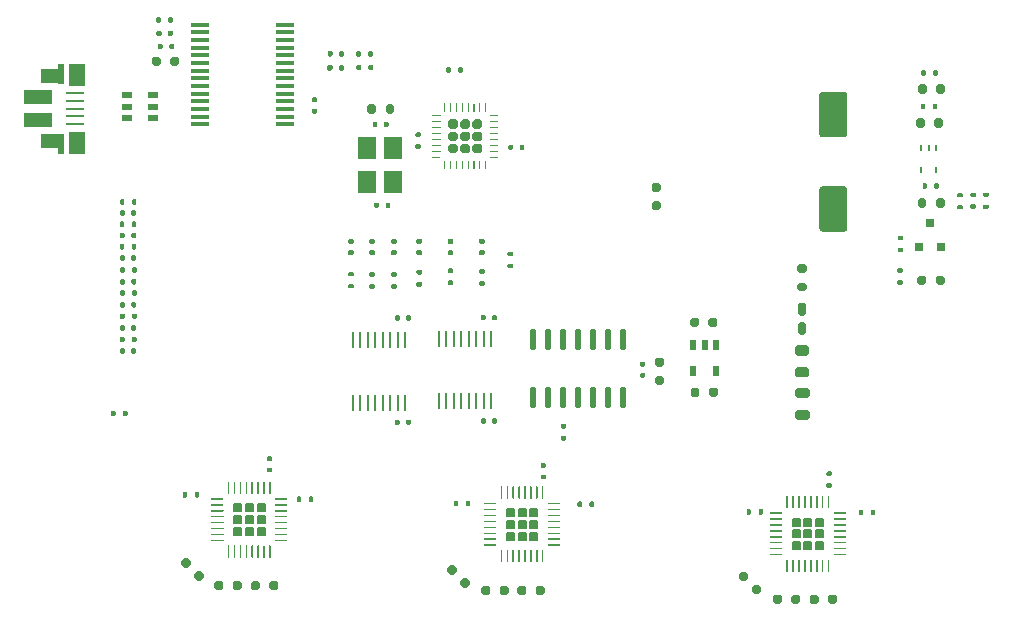
<source format=gtp>
G04 #@! TF.GenerationSoftware,KiCad,Pcbnew,5.1.8*
G04 #@! TF.CreationDate,2021-01-20T23:19:31-05:00*
G04 #@! TF.ProjectId,cnc-controller,636e632d-636f-46e7-9472-6f6c6c65722e,rev?*
G04 #@! TF.SameCoordinates,Original*
G04 #@! TF.FileFunction,Paste,Top*
G04 #@! TF.FilePolarity,Positive*
%FSLAX46Y46*%
G04 Gerber Fmt 4.6, Leading zero omitted, Abs format (unit mm)*
G04 Created by KiCad (PCBNEW 5.1.8) date 2021-01-20 23:19:31*
%MOMM*%
%LPD*%
G01*
G04 APERTURE LIST*
%ADD10C,0.150000*%
%ADD11R,1.572600X1.947600*%
%ADD12R,0.247600X0.497600*%
%ADD13R,0.497600X0.907600*%
%ADD14R,0.257600X1.447600*%
%ADD15R,1.597600X0.297600*%
%ADD16R,0.907600X0.497600*%
%ADD17R,0.647600X0.747600*%
%ADD18R,2.347600X1.277600*%
%ADD19R,1.497600X0.247600*%
%ADD20R,1.347600X1.847600*%
%ADD21R,0.547600X1.672600*%
%ADD22R,1.847600X1.197600*%
G04 APERTURE END LIST*
D10*
G36*
X58200000Y-145700000D02*
G01*
X57600000Y-145700000D01*
X57600000Y-145100000D01*
X58200000Y-145100000D01*
X58200000Y-145700000D01*
G37*
X58200000Y-145700000D02*
X57600000Y-145700000D01*
X57600000Y-145100000D01*
X58200000Y-145100000D01*
X58200000Y-145700000D01*
G36*
X58200000Y-143700000D02*
G01*
X57600000Y-143700000D01*
X57600000Y-143100000D01*
X58200000Y-143100000D01*
X58200000Y-143700000D01*
G37*
X58200000Y-143700000D02*
X57600000Y-143700000D01*
X57600000Y-143100000D01*
X58200000Y-143100000D01*
X58200000Y-143700000D01*
G36*
X56200000Y-143700000D02*
G01*
X55600000Y-143700000D01*
X55600000Y-143100000D01*
X56200000Y-143100000D01*
X56200000Y-143700000D01*
G37*
X56200000Y-143700000D02*
X55600000Y-143700000D01*
X55600000Y-143100000D01*
X56200000Y-143100000D01*
X56200000Y-143700000D01*
G36*
X56200000Y-145700000D02*
G01*
X55600000Y-145700000D01*
X55600000Y-145100000D01*
X56200000Y-145100000D01*
X56200000Y-145700000D01*
G37*
X56200000Y-145700000D02*
X55600000Y-145700000D01*
X55600000Y-145100000D01*
X56200000Y-145100000D01*
X56200000Y-145700000D01*
G36*
X57200000Y-145700000D02*
G01*
X56600000Y-145700000D01*
X56600000Y-145100000D01*
X57200000Y-145100000D01*
X57200000Y-145700000D01*
G37*
X57200000Y-145700000D02*
X56600000Y-145700000D01*
X56600000Y-145100000D01*
X57200000Y-145100000D01*
X57200000Y-145700000D01*
G36*
X56200000Y-144700000D02*
G01*
X55600000Y-144700000D01*
X55600000Y-144100000D01*
X56200000Y-144100000D01*
X56200000Y-144700000D01*
G37*
X56200000Y-144700000D02*
X55600000Y-144700000D01*
X55600000Y-144100000D01*
X56200000Y-144100000D01*
X56200000Y-144700000D01*
G36*
X58200000Y-144700000D02*
G01*
X57600000Y-144700000D01*
X57600000Y-144100000D01*
X58200000Y-144100000D01*
X58200000Y-144700000D01*
G37*
X58200000Y-144700000D02*
X57600000Y-144700000D01*
X57600000Y-144100000D01*
X58200000Y-144100000D01*
X58200000Y-144700000D01*
G36*
X57200000Y-144700000D02*
G01*
X56600000Y-144700000D01*
X56600000Y-144100000D01*
X57200000Y-144100000D01*
X57200000Y-144700000D01*
G37*
X57200000Y-144700000D02*
X56600000Y-144700000D01*
X56600000Y-144100000D01*
X57200000Y-144100000D01*
X57200000Y-144700000D01*
G36*
X57200000Y-143700000D02*
G01*
X56600000Y-143700000D01*
X56600000Y-143100000D01*
X57200000Y-143100000D01*
X57200000Y-143700000D01*
G37*
X57200000Y-143700000D02*
X56600000Y-143700000D01*
X56600000Y-143100000D01*
X57200000Y-143100000D01*
X57200000Y-143700000D01*
G36*
X82400000Y-146500000D02*
G01*
X81800000Y-146500000D01*
X81800000Y-145900000D01*
X82400000Y-145900000D01*
X82400000Y-146500000D01*
G37*
X82400000Y-146500000D02*
X81800000Y-146500000D01*
X81800000Y-145900000D01*
X82400000Y-145900000D01*
X82400000Y-146500000D01*
G36*
X82400000Y-144500000D02*
G01*
X81800000Y-144500000D01*
X81800000Y-143900000D01*
X82400000Y-143900000D01*
X82400000Y-144500000D01*
G37*
X82400000Y-144500000D02*
X81800000Y-144500000D01*
X81800000Y-143900000D01*
X82400000Y-143900000D01*
X82400000Y-144500000D01*
G36*
X80400000Y-144500000D02*
G01*
X79800000Y-144500000D01*
X79800000Y-143900000D01*
X80400000Y-143900000D01*
X80400000Y-144500000D01*
G37*
X80400000Y-144500000D02*
X79800000Y-144500000D01*
X79800000Y-143900000D01*
X80400000Y-143900000D01*
X80400000Y-144500000D01*
G36*
X80400000Y-146500000D02*
G01*
X79800000Y-146500000D01*
X79800000Y-145900000D01*
X80400000Y-145900000D01*
X80400000Y-146500000D01*
G37*
X80400000Y-146500000D02*
X79800000Y-146500000D01*
X79800000Y-145900000D01*
X80400000Y-145900000D01*
X80400000Y-146500000D01*
G36*
X81400000Y-146500000D02*
G01*
X80800000Y-146500000D01*
X80800000Y-145900000D01*
X81400000Y-145900000D01*
X81400000Y-146500000D01*
G37*
X81400000Y-146500000D02*
X80800000Y-146500000D01*
X80800000Y-145900000D01*
X81400000Y-145900000D01*
X81400000Y-146500000D01*
G36*
X80400000Y-145500000D02*
G01*
X79800000Y-145500000D01*
X79800000Y-144900000D01*
X80400000Y-144900000D01*
X80400000Y-145500000D01*
G37*
X80400000Y-145500000D02*
X79800000Y-145500000D01*
X79800000Y-144900000D01*
X80400000Y-144900000D01*
X80400000Y-145500000D01*
G36*
X82400000Y-145500000D02*
G01*
X81800000Y-145500000D01*
X81800000Y-144900000D01*
X82400000Y-144900000D01*
X82400000Y-145500000D01*
G37*
X82400000Y-145500000D02*
X81800000Y-145500000D01*
X81800000Y-144900000D01*
X82400000Y-144900000D01*
X82400000Y-145500000D01*
G36*
X81400000Y-145500000D02*
G01*
X80800000Y-145500000D01*
X80800000Y-144900000D01*
X81400000Y-144900000D01*
X81400000Y-145500000D01*
G37*
X81400000Y-145500000D02*
X80800000Y-145500000D01*
X80800000Y-144900000D01*
X81400000Y-144900000D01*
X81400000Y-145500000D01*
G36*
X81400000Y-144500000D02*
G01*
X80800000Y-144500000D01*
X80800000Y-143900000D01*
X81400000Y-143900000D01*
X81400000Y-144500000D01*
G37*
X81400000Y-144500000D02*
X80800000Y-144500000D01*
X80800000Y-143900000D01*
X81400000Y-143900000D01*
X81400000Y-144500000D01*
G36*
X35100000Y-145300000D02*
G01*
X34500000Y-145300000D01*
X34500000Y-144700000D01*
X35100000Y-144700000D01*
X35100000Y-145300000D01*
G37*
X35100000Y-145300000D02*
X34500000Y-145300000D01*
X34500000Y-144700000D01*
X35100000Y-144700000D01*
X35100000Y-145300000D01*
G36*
X35100000Y-143300000D02*
G01*
X34500000Y-143300000D01*
X34500000Y-142700000D01*
X35100000Y-142700000D01*
X35100000Y-143300000D01*
G37*
X35100000Y-143300000D02*
X34500000Y-143300000D01*
X34500000Y-142700000D01*
X35100000Y-142700000D01*
X35100000Y-143300000D01*
G36*
X33100000Y-143300000D02*
G01*
X32500000Y-143300000D01*
X32500000Y-142700000D01*
X33100000Y-142700000D01*
X33100000Y-143300000D01*
G37*
X33100000Y-143300000D02*
X32500000Y-143300000D01*
X32500000Y-142700000D01*
X33100000Y-142700000D01*
X33100000Y-143300000D01*
G36*
X33100000Y-145300000D02*
G01*
X32500000Y-145300000D01*
X32500000Y-144700000D01*
X33100000Y-144700000D01*
X33100000Y-145300000D01*
G37*
X33100000Y-145300000D02*
X32500000Y-145300000D01*
X32500000Y-144700000D01*
X33100000Y-144700000D01*
X33100000Y-145300000D01*
G36*
X34100000Y-145300000D02*
G01*
X33500000Y-145300000D01*
X33500000Y-144700000D01*
X34100000Y-144700000D01*
X34100000Y-145300000D01*
G37*
X34100000Y-145300000D02*
X33500000Y-145300000D01*
X33500000Y-144700000D01*
X34100000Y-144700000D01*
X34100000Y-145300000D01*
G36*
X33100000Y-144300000D02*
G01*
X32500000Y-144300000D01*
X32500000Y-143700000D01*
X33100000Y-143700000D01*
X33100000Y-144300000D01*
G37*
X33100000Y-144300000D02*
X32500000Y-144300000D01*
X32500000Y-143700000D01*
X33100000Y-143700000D01*
X33100000Y-144300000D01*
G36*
X35100000Y-144300000D02*
G01*
X34500000Y-144300000D01*
X34500000Y-143700000D01*
X35100000Y-143700000D01*
X35100000Y-144300000D01*
G37*
X35100000Y-144300000D02*
X34500000Y-144300000D01*
X34500000Y-143700000D01*
X35100000Y-143700000D01*
X35100000Y-144300000D01*
G36*
X34100000Y-144300000D02*
G01*
X33500000Y-144300000D01*
X33500000Y-143700000D01*
X34100000Y-143700000D01*
X34100000Y-144300000D01*
G37*
X34100000Y-144300000D02*
X33500000Y-144300000D01*
X33500000Y-143700000D01*
X34100000Y-143700000D01*
X34100000Y-144300000D01*
G36*
X34100000Y-143300000D02*
G01*
X33500000Y-143300000D01*
X33500000Y-142700000D01*
X34100000Y-142700000D01*
X34100000Y-143300000D01*
G37*
X34100000Y-143300000D02*
X33500000Y-143300000D01*
X33500000Y-142700000D01*
X34100000Y-142700000D01*
X34100000Y-143300000D01*
G36*
G01*
X53624400Y-120653800D02*
X53355600Y-120653800D01*
G75*
G02*
X53246200Y-120544400I0J109400D01*
G01*
X53246200Y-120325600D01*
G75*
G02*
X53355600Y-120216200I109400J0D01*
G01*
X53624400Y-120216200D01*
G75*
G02*
X53733800Y-120325600I0J-109400D01*
G01*
X53733800Y-120544400D01*
G75*
G02*
X53624400Y-120653800I-109400J0D01*
G01*
G37*
G36*
G01*
X53624400Y-121623800D02*
X53355600Y-121623800D01*
G75*
G02*
X53246200Y-121514400I0J109400D01*
G01*
X53246200Y-121295600D01*
G75*
G02*
X53355600Y-121186200I109400J0D01*
G01*
X53624400Y-121186200D01*
G75*
G02*
X53733800Y-121295600I0J-109400D01*
G01*
X53733800Y-121514400D01*
G75*
G02*
X53624400Y-121623800I-109400J0D01*
G01*
G37*
G36*
G01*
X50974400Y-120653800D02*
X50705600Y-120653800D01*
G75*
G02*
X50596200Y-120544400I0J109400D01*
G01*
X50596200Y-120325600D01*
G75*
G02*
X50705600Y-120216200I109400J0D01*
G01*
X50974400Y-120216200D01*
G75*
G02*
X51083800Y-120325600I0J-109400D01*
G01*
X51083800Y-120544400D01*
G75*
G02*
X50974400Y-120653800I-109400J0D01*
G01*
G37*
G36*
G01*
X50974400Y-121623800D02*
X50705600Y-121623800D01*
G75*
G02*
X50596200Y-121514400I0J109400D01*
G01*
X50596200Y-121295600D01*
G75*
G02*
X50705600Y-121186200I109400J0D01*
G01*
X50974400Y-121186200D01*
G75*
G02*
X51083800Y-121295600I0J-109400D01*
G01*
X51083800Y-121514400D01*
G75*
G02*
X50974400Y-121623800I-109400J0D01*
G01*
G37*
G36*
G01*
X48324400Y-120653800D02*
X48055600Y-120653800D01*
G75*
G02*
X47946200Y-120544400I0J109400D01*
G01*
X47946200Y-120325600D01*
G75*
G02*
X48055600Y-120216200I109400J0D01*
G01*
X48324400Y-120216200D01*
G75*
G02*
X48433800Y-120325600I0J-109400D01*
G01*
X48433800Y-120544400D01*
G75*
G02*
X48324400Y-120653800I-109400J0D01*
G01*
G37*
G36*
G01*
X48324400Y-121623800D02*
X48055600Y-121623800D01*
G75*
G02*
X47946200Y-121514400I0J109400D01*
G01*
X47946200Y-121295600D01*
G75*
G02*
X48055600Y-121186200I109400J0D01*
G01*
X48324400Y-121186200D01*
G75*
G02*
X48433800Y-121295600I0J-109400D01*
G01*
X48433800Y-121514400D01*
G75*
G02*
X48324400Y-121623800I-109400J0D01*
G01*
G37*
G36*
G01*
X46184400Y-120653800D02*
X45915600Y-120653800D01*
G75*
G02*
X45806200Y-120544400I0J109400D01*
G01*
X45806200Y-120325600D01*
G75*
G02*
X45915600Y-120216200I109400J0D01*
G01*
X46184400Y-120216200D01*
G75*
G02*
X46293800Y-120325600I0J-109400D01*
G01*
X46293800Y-120544400D01*
G75*
G02*
X46184400Y-120653800I-109400J0D01*
G01*
G37*
G36*
G01*
X46184400Y-121623800D02*
X45915600Y-121623800D01*
G75*
G02*
X45806200Y-121514400I0J109400D01*
G01*
X45806200Y-121295600D01*
G75*
G02*
X45915600Y-121186200I109400J0D01*
G01*
X46184400Y-121186200D01*
G75*
G02*
X46293800Y-121295600I0J-109400D01*
G01*
X46293800Y-121514400D01*
G75*
G02*
X46184400Y-121623800I-109400J0D01*
G01*
G37*
G36*
G01*
X44334400Y-120653800D02*
X44065600Y-120653800D01*
G75*
G02*
X43956200Y-120544400I0J109400D01*
G01*
X43956200Y-120325600D01*
G75*
G02*
X44065600Y-120216200I109400J0D01*
G01*
X44334400Y-120216200D01*
G75*
G02*
X44443800Y-120325600I0J-109400D01*
G01*
X44443800Y-120544400D01*
G75*
G02*
X44334400Y-120653800I-109400J0D01*
G01*
G37*
G36*
G01*
X44334400Y-121623800D02*
X44065600Y-121623800D01*
G75*
G02*
X43956200Y-121514400I0J109400D01*
G01*
X43956200Y-121295600D01*
G75*
G02*
X44065600Y-121186200I109400J0D01*
G01*
X44334400Y-121186200D01*
G75*
G02*
X44443800Y-121295600I0J-109400D01*
G01*
X44443800Y-121514400D01*
G75*
G02*
X44334400Y-121623800I-109400J0D01*
G01*
G37*
G36*
G01*
X42544400Y-120653800D02*
X42275600Y-120653800D01*
G75*
G02*
X42166200Y-120544400I0J109400D01*
G01*
X42166200Y-120325600D01*
G75*
G02*
X42275600Y-120216200I109400J0D01*
G01*
X42544400Y-120216200D01*
G75*
G02*
X42653800Y-120325600I0J-109400D01*
G01*
X42653800Y-120544400D01*
G75*
G02*
X42544400Y-120653800I-109400J0D01*
G01*
G37*
G36*
G01*
X42544400Y-121623800D02*
X42275600Y-121623800D01*
G75*
G02*
X42166200Y-121514400I0J109400D01*
G01*
X42166200Y-121295600D01*
G75*
G02*
X42275600Y-121186200I109400J0D01*
G01*
X42544400Y-121186200D01*
G75*
G02*
X42653800Y-121295600I0J-109400D01*
G01*
X42653800Y-121514400D01*
G75*
G02*
X42544400Y-121623800I-109400J0D01*
G01*
G37*
G36*
G01*
X41386200Y-105874400D02*
X41386200Y-105605600D01*
G75*
G02*
X41495600Y-105496200I109400J0D01*
G01*
X41714400Y-105496200D01*
G75*
G02*
X41823800Y-105605600I0J-109400D01*
G01*
X41823800Y-105874400D01*
G75*
G02*
X41714400Y-105983800I-109400J0D01*
G01*
X41495600Y-105983800D01*
G75*
G02*
X41386200Y-105874400I0J109400D01*
G01*
G37*
G36*
G01*
X40416200Y-105874400D02*
X40416200Y-105605600D01*
G75*
G02*
X40525600Y-105496200I109400J0D01*
G01*
X40744400Y-105496200D01*
G75*
G02*
X40853800Y-105605600I0J-109400D01*
G01*
X40853800Y-105874400D01*
G75*
G02*
X40744400Y-105983800I-109400J0D01*
G01*
X40525600Y-105983800D01*
G75*
G02*
X40416200Y-105874400I0J109400D01*
G01*
G37*
G36*
G01*
X41396200Y-104684400D02*
X41396200Y-104415600D01*
G75*
G02*
X41505600Y-104306200I109400J0D01*
G01*
X41724400Y-104306200D01*
G75*
G02*
X41833800Y-104415600I0J-109400D01*
G01*
X41833800Y-104684400D01*
G75*
G02*
X41724400Y-104793800I-109400J0D01*
G01*
X41505600Y-104793800D01*
G75*
G02*
X41396200Y-104684400I0J109400D01*
G01*
G37*
G36*
G01*
X40426200Y-104684400D02*
X40426200Y-104415600D01*
G75*
G02*
X40535600Y-104306200I109400J0D01*
G01*
X40754400Y-104306200D01*
G75*
G02*
X40863800Y-104415600I0J-109400D01*
G01*
X40863800Y-104684400D01*
G75*
G02*
X40754400Y-104793800I-109400J0D01*
G01*
X40535600Y-104793800D01*
G75*
G02*
X40426200Y-104684400I0J109400D01*
G01*
G37*
G36*
G01*
X26906200Y-102964400D02*
X26906200Y-102695600D01*
G75*
G02*
X27015600Y-102586200I109400J0D01*
G01*
X27234400Y-102586200D01*
G75*
G02*
X27343800Y-102695600I0J-109400D01*
G01*
X27343800Y-102964400D01*
G75*
G02*
X27234400Y-103073800I-109400J0D01*
G01*
X27015600Y-103073800D01*
G75*
G02*
X26906200Y-102964400I0J109400D01*
G01*
G37*
G36*
G01*
X25936200Y-102964400D02*
X25936200Y-102695600D01*
G75*
G02*
X26045600Y-102586200I109400J0D01*
G01*
X26264400Y-102586200D01*
G75*
G02*
X26373800Y-102695600I0J-109400D01*
G01*
X26373800Y-102964400D01*
G75*
G02*
X26264400Y-103073800I-109400J0D01*
G01*
X26045600Y-103073800D01*
G75*
G02*
X25936200Y-102964400I0J109400D01*
G01*
G37*
G36*
G01*
X53803800Y-126758100D02*
X53803800Y-127021900D01*
G75*
G02*
X53701900Y-127123800I-101900J0D01*
G01*
X53498100Y-127123800D01*
G75*
G02*
X53396200Y-127021900I0J101900D01*
G01*
X53396200Y-126758100D01*
G75*
G02*
X53498100Y-126656200I101900J0D01*
G01*
X53701900Y-126656200D01*
G75*
G02*
X53803800Y-126758100I0J-101900D01*
G01*
G37*
G36*
G01*
X54763800Y-126758100D02*
X54763800Y-127021900D01*
G75*
G02*
X54661900Y-127123800I-101900J0D01*
G01*
X54458100Y-127123800D01*
G75*
G02*
X54356200Y-127021900I0J101900D01*
G01*
X54356200Y-126758100D01*
G75*
G02*
X54458100Y-126656200I101900J0D01*
G01*
X54661900Y-126656200D01*
G75*
G02*
X54763800Y-126758100I0J-101900D01*
G01*
G37*
D11*
X45957500Y-112500000D03*
X45957500Y-115400000D03*
X43782500Y-115400000D03*
X43782500Y-112500000D03*
G36*
G01*
X60123800Y-146118100D02*
X60123800Y-146181900D01*
G75*
G02*
X60091900Y-146213800I-31900J0D01*
G01*
X59108100Y-146213800D01*
G75*
G02*
X59076200Y-146181900I0J31900D01*
G01*
X59076200Y-146118100D01*
G75*
G02*
X59108100Y-146086200I31900J0D01*
G01*
X60091900Y-146086200D01*
G75*
G02*
X60123800Y-146118100I0J-31900D01*
G01*
G37*
G36*
G01*
X60123800Y-145618100D02*
X60123800Y-145681900D01*
G75*
G02*
X60091900Y-145713800I-31900J0D01*
G01*
X59108100Y-145713800D01*
G75*
G02*
X59076200Y-145681900I0J31900D01*
G01*
X59076200Y-145618100D01*
G75*
G02*
X59108100Y-145586200I31900J0D01*
G01*
X60091900Y-145586200D01*
G75*
G02*
X60123800Y-145618100I0J-31900D01*
G01*
G37*
G36*
G01*
X60123800Y-145118100D02*
X60123800Y-145181900D01*
G75*
G02*
X60091900Y-145213800I-31900J0D01*
G01*
X59108100Y-145213800D01*
G75*
G02*
X59076200Y-145181900I0J31900D01*
G01*
X59076200Y-145118100D01*
G75*
G02*
X59108100Y-145086200I31900J0D01*
G01*
X60091900Y-145086200D01*
G75*
G02*
X60123800Y-145118100I0J-31900D01*
G01*
G37*
G36*
G01*
X60123800Y-144618100D02*
X60123800Y-144681900D01*
G75*
G02*
X60091900Y-144713800I-31900J0D01*
G01*
X59108100Y-144713800D01*
G75*
G02*
X59076200Y-144681900I0J31900D01*
G01*
X59076200Y-144618100D01*
G75*
G02*
X59108100Y-144586200I31900J0D01*
G01*
X60091900Y-144586200D01*
G75*
G02*
X60123800Y-144618100I0J-31900D01*
G01*
G37*
G36*
G01*
X60123800Y-144118100D02*
X60123800Y-144181900D01*
G75*
G02*
X60091900Y-144213800I-31900J0D01*
G01*
X59108100Y-144213800D01*
G75*
G02*
X59076200Y-144181900I0J31900D01*
G01*
X59076200Y-144118100D01*
G75*
G02*
X59108100Y-144086200I31900J0D01*
G01*
X60091900Y-144086200D01*
G75*
G02*
X60123800Y-144118100I0J-31900D01*
G01*
G37*
G36*
G01*
X60123800Y-143618100D02*
X60123800Y-143681900D01*
G75*
G02*
X60091900Y-143713800I-31900J0D01*
G01*
X59108100Y-143713800D01*
G75*
G02*
X59076200Y-143681900I0J31900D01*
G01*
X59076200Y-143618100D01*
G75*
G02*
X59108100Y-143586200I31900J0D01*
G01*
X60091900Y-143586200D01*
G75*
G02*
X60123800Y-143618100I0J-31900D01*
G01*
G37*
G36*
G01*
X60123800Y-143118100D02*
X60123800Y-143181900D01*
G75*
G02*
X60091900Y-143213800I-31900J0D01*
G01*
X59108100Y-143213800D01*
G75*
G02*
X59076200Y-143181900I0J31900D01*
G01*
X59076200Y-143118100D01*
G75*
G02*
X59108100Y-143086200I31900J0D01*
G01*
X60091900Y-143086200D01*
G75*
G02*
X60123800Y-143118100I0J-31900D01*
G01*
G37*
G36*
G01*
X60123800Y-142618100D02*
X60123800Y-142681900D01*
G75*
G02*
X60091900Y-142713800I-31900J0D01*
G01*
X59108100Y-142713800D01*
G75*
G02*
X59076200Y-142681900I0J31900D01*
G01*
X59076200Y-142618100D01*
G75*
G02*
X59108100Y-142586200I31900J0D01*
G01*
X60091900Y-142586200D01*
G75*
G02*
X60123800Y-142618100I0J-31900D01*
G01*
G37*
G36*
G01*
X58618100Y-141176200D02*
X58681900Y-141176200D01*
G75*
G02*
X58713800Y-141208100I0J-31900D01*
G01*
X58713800Y-142191900D01*
G75*
G02*
X58681900Y-142223800I-31900J0D01*
G01*
X58618100Y-142223800D01*
G75*
G02*
X58586200Y-142191900I0J31900D01*
G01*
X58586200Y-141208100D01*
G75*
G02*
X58618100Y-141176200I31900J0D01*
G01*
G37*
G36*
G01*
X58118100Y-141176200D02*
X58181900Y-141176200D01*
G75*
G02*
X58213800Y-141208100I0J-31900D01*
G01*
X58213800Y-142191900D01*
G75*
G02*
X58181900Y-142223800I-31900J0D01*
G01*
X58118100Y-142223800D01*
G75*
G02*
X58086200Y-142191900I0J31900D01*
G01*
X58086200Y-141208100D01*
G75*
G02*
X58118100Y-141176200I31900J0D01*
G01*
G37*
G36*
G01*
X57618100Y-141176200D02*
X57681900Y-141176200D01*
G75*
G02*
X57713800Y-141208100I0J-31900D01*
G01*
X57713800Y-142191900D01*
G75*
G02*
X57681900Y-142223800I-31900J0D01*
G01*
X57618100Y-142223800D01*
G75*
G02*
X57586200Y-142191900I0J31900D01*
G01*
X57586200Y-141208100D01*
G75*
G02*
X57618100Y-141176200I31900J0D01*
G01*
G37*
G36*
G01*
X57118100Y-141176200D02*
X57181900Y-141176200D01*
G75*
G02*
X57213800Y-141208100I0J-31900D01*
G01*
X57213800Y-142191900D01*
G75*
G02*
X57181900Y-142223800I-31900J0D01*
G01*
X57118100Y-142223800D01*
G75*
G02*
X57086200Y-142191900I0J31900D01*
G01*
X57086200Y-141208100D01*
G75*
G02*
X57118100Y-141176200I31900J0D01*
G01*
G37*
G36*
G01*
X56618100Y-141176200D02*
X56681900Y-141176200D01*
G75*
G02*
X56713800Y-141208100I0J-31900D01*
G01*
X56713800Y-142191900D01*
G75*
G02*
X56681900Y-142223800I-31900J0D01*
G01*
X56618100Y-142223800D01*
G75*
G02*
X56586200Y-142191900I0J31900D01*
G01*
X56586200Y-141208100D01*
G75*
G02*
X56618100Y-141176200I31900J0D01*
G01*
G37*
G36*
G01*
X56118100Y-141176200D02*
X56181900Y-141176200D01*
G75*
G02*
X56213800Y-141208100I0J-31900D01*
G01*
X56213800Y-142191900D01*
G75*
G02*
X56181900Y-142223800I-31900J0D01*
G01*
X56118100Y-142223800D01*
G75*
G02*
X56086200Y-142191900I0J31900D01*
G01*
X56086200Y-141208100D01*
G75*
G02*
X56118100Y-141176200I31900J0D01*
G01*
G37*
G36*
G01*
X55618100Y-141176200D02*
X55681900Y-141176200D01*
G75*
G02*
X55713800Y-141208100I0J-31900D01*
G01*
X55713800Y-142191900D01*
G75*
G02*
X55681900Y-142223800I-31900J0D01*
G01*
X55618100Y-142223800D01*
G75*
G02*
X55586200Y-142191900I0J31900D01*
G01*
X55586200Y-141208100D01*
G75*
G02*
X55618100Y-141176200I31900J0D01*
G01*
G37*
G36*
G01*
X55118100Y-141176200D02*
X55181900Y-141176200D01*
G75*
G02*
X55213800Y-141208100I0J-31900D01*
G01*
X55213800Y-142191900D01*
G75*
G02*
X55181900Y-142223800I-31900J0D01*
G01*
X55118100Y-142223800D01*
G75*
G02*
X55086200Y-142191900I0J31900D01*
G01*
X55086200Y-141208100D01*
G75*
G02*
X55118100Y-141176200I31900J0D01*
G01*
G37*
G36*
G01*
X53676200Y-142681900D02*
X53676200Y-142618100D01*
G75*
G02*
X53708100Y-142586200I31900J0D01*
G01*
X54691900Y-142586200D01*
G75*
G02*
X54723800Y-142618100I0J-31900D01*
G01*
X54723800Y-142681900D01*
G75*
G02*
X54691900Y-142713800I-31900J0D01*
G01*
X53708100Y-142713800D01*
G75*
G02*
X53676200Y-142681900I0J31900D01*
G01*
G37*
G36*
G01*
X53676200Y-143181900D02*
X53676200Y-143118100D01*
G75*
G02*
X53708100Y-143086200I31900J0D01*
G01*
X54691900Y-143086200D01*
G75*
G02*
X54723800Y-143118100I0J-31900D01*
G01*
X54723800Y-143181900D01*
G75*
G02*
X54691900Y-143213800I-31900J0D01*
G01*
X53708100Y-143213800D01*
G75*
G02*
X53676200Y-143181900I0J31900D01*
G01*
G37*
G36*
G01*
X53676200Y-143681900D02*
X53676200Y-143618100D01*
G75*
G02*
X53708100Y-143586200I31900J0D01*
G01*
X54691900Y-143586200D01*
G75*
G02*
X54723800Y-143618100I0J-31900D01*
G01*
X54723800Y-143681900D01*
G75*
G02*
X54691900Y-143713800I-31900J0D01*
G01*
X53708100Y-143713800D01*
G75*
G02*
X53676200Y-143681900I0J31900D01*
G01*
G37*
G36*
G01*
X53676200Y-144181900D02*
X53676200Y-144118100D01*
G75*
G02*
X53708100Y-144086200I31900J0D01*
G01*
X54691900Y-144086200D01*
G75*
G02*
X54723800Y-144118100I0J-31900D01*
G01*
X54723800Y-144181900D01*
G75*
G02*
X54691900Y-144213800I-31900J0D01*
G01*
X53708100Y-144213800D01*
G75*
G02*
X53676200Y-144181900I0J31900D01*
G01*
G37*
G36*
G01*
X53676200Y-144681900D02*
X53676200Y-144618100D01*
G75*
G02*
X53708100Y-144586200I31900J0D01*
G01*
X54691900Y-144586200D01*
G75*
G02*
X54723800Y-144618100I0J-31900D01*
G01*
X54723800Y-144681900D01*
G75*
G02*
X54691900Y-144713800I-31900J0D01*
G01*
X53708100Y-144713800D01*
G75*
G02*
X53676200Y-144681900I0J31900D01*
G01*
G37*
G36*
G01*
X53676200Y-145181900D02*
X53676200Y-145118100D01*
G75*
G02*
X53708100Y-145086200I31900J0D01*
G01*
X54691900Y-145086200D01*
G75*
G02*
X54723800Y-145118100I0J-31900D01*
G01*
X54723800Y-145181900D01*
G75*
G02*
X54691900Y-145213800I-31900J0D01*
G01*
X53708100Y-145213800D01*
G75*
G02*
X53676200Y-145181900I0J31900D01*
G01*
G37*
G36*
G01*
X53676200Y-145681900D02*
X53676200Y-145618100D01*
G75*
G02*
X53708100Y-145586200I31900J0D01*
G01*
X54691900Y-145586200D01*
G75*
G02*
X54723800Y-145618100I0J-31900D01*
G01*
X54723800Y-145681900D01*
G75*
G02*
X54691900Y-145713800I-31900J0D01*
G01*
X53708100Y-145713800D01*
G75*
G02*
X53676200Y-145681900I0J31900D01*
G01*
G37*
G36*
G01*
X53676200Y-146181900D02*
X53676200Y-146118100D01*
G75*
G02*
X53708100Y-146086200I31900J0D01*
G01*
X54691900Y-146086200D01*
G75*
G02*
X54723800Y-146118100I0J-31900D01*
G01*
X54723800Y-146181900D01*
G75*
G02*
X54691900Y-146213800I-31900J0D01*
G01*
X53708100Y-146213800D01*
G75*
G02*
X53676200Y-146181900I0J31900D01*
G01*
G37*
G36*
G01*
X55118100Y-146576200D02*
X55181900Y-146576200D01*
G75*
G02*
X55213800Y-146608100I0J-31900D01*
G01*
X55213800Y-147591900D01*
G75*
G02*
X55181900Y-147623800I-31900J0D01*
G01*
X55118100Y-147623800D01*
G75*
G02*
X55086200Y-147591900I0J31900D01*
G01*
X55086200Y-146608100D01*
G75*
G02*
X55118100Y-146576200I31900J0D01*
G01*
G37*
G36*
G01*
X55618100Y-146576200D02*
X55681900Y-146576200D01*
G75*
G02*
X55713800Y-146608100I0J-31900D01*
G01*
X55713800Y-147591900D01*
G75*
G02*
X55681900Y-147623800I-31900J0D01*
G01*
X55618100Y-147623800D01*
G75*
G02*
X55586200Y-147591900I0J31900D01*
G01*
X55586200Y-146608100D01*
G75*
G02*
X55618100Y-146576200I31900J0D01*
G01*
G37*
G36*
G01*
X56118100Y-146576200D02*
X56181900Y-146576200D01*
G75*
G02*
X56213800Y-146608100I0J-31900D01*
G01*
X56213800Y-147591900D01*
G75*
G02*
X56181900Y-147623800I-31900J0D01*
G01*
X56118100Y-147623800D01*
G75*
G02*
X56086200Y-147591900I0J31900D01*
G01*
X56086200Y-146608100D01*
G75*
G02*
X56118100Y-146576200I31900J0D01*
G01*
G37*
G36*
G01*
X56618100Y-146576200D02*
X56681900Y-146576200D01*
G75*
G02*
X56713800Y-146608100I0J-31900D01*
G01*
X56713800Y-147591900D01*
G75*
G02*
X56681900Y-147623800I-31900J0D01*
G01*
X56618100Y-147623800D01*
G75*
G02*
X56586200Y-147591900I0J31900D01*
G01*
X56586200Y-146608100D01*
G75*
G02*
X56618100Y-146576200I31900J0D01*
G01*
G37*
G36*
G01*
X57118100Y-146576200D02*
X57181900Y-146576200D01*
G75*
G02*
X57213800Y-146608100I0J-31900D01*
G01*
X57213800Y-147591900D01*
G75*
G02*
X57181900Y-147623800I-31900J0D01*
G01*
X57118100Y-147623800D01*
G75*
G02*
X57086200Y-147591900I0J31900D01*
G01*
X57086200Y-146608100D01*
G75*
G02*
X57118100Y-146576200I31900J0D01*
G01*
G37*
G36*
G01*
X57618100Y-146576200D02*
X57681900Y-146576200D01*
G75*
G02*
X57713800Y-146608100I0J-31900D01*
G01*
X57713800Y-147591900D01*
G75*
G02*
X57681900Y-147623800I-31900J0D01*
G01*
X57618100Y-147623800D01*
G75*
G02*
X57586200Y-147591900I0J31900D01*
G01*
X57586200Y-146608100D01*
G75*
G02*
X57618100Y-146576200I31900J0D01*
G01*
G37*
G36*
G01*
X58118100Y-146576200D02*
X58181900Y-146576200D01*
G75*
G02*
X58213800Y-146608100I0J-31900D01*
G01*
X58213800Y-147591900D01*
G75*
G02*
X58181900Y-147623800I-31900J0D01*
G01*
X58118100Y-147623800D01*
G75*
G02*
X58086200Y-147591900I0J31900D01*
G01*
X58086200Y-146608100D01*
G75*
G02*
X58118100Y-146576200I31900J0D01*
G01*
G37*
G36*
G01*
X58618100Y-146576200D02*
X58681900Y-146576200D01*
G75*
G02*
X58713800Y-146608100I0J-31900D01*
G01*
X58713800Y-147591900D01*
G75*
G02*
X58681900Y-147623800I-31900J0D01*
G01*
X58618100Y-147623800D01*
G75*
G02*
X58586200Y-147591900I0J31900D01*
G01*
X58586200Y-146608100D01*
G75*
G02*
X58618100Y-146576200I31900J0D01*
G01*
G37*
G36*
G01*
X84323800Y-146918100D02*
X84323800Y-146981900D01*
G75*
G02*
X84291900Y-147013800I-31900J0D01*
G01*
X83308100Y-147013800D01*
G75*
G02*
X83276200Y-146981900I0J31900D01*
G01*
X83276200Y-146918100D01*
G75*
G02*
X83308100Y-146886200I31900J0D01*
G01*
X84291900Y-146886200D01*
G75*
G02*
X84323800Y-146918100I0J-31900D01*
G01*
G37*
G36*
G01*
X84323800Y-146418100D02*
X84323800Y-146481900D01*
G75*
G02*
X84291900Y-146513800I-31900J0D01*
G01*
X83308100Y-146513800D01*
G75*
G02*
X83276200Y-146481900I0J31900D01*
G01*
X83276200Y-146418100D01*
G75*
G02*
X83308100Y-146386200I31900J0D01*
G01*
X84291900Y-146386200D01*
G75*
G02*
X84323800Y-146418100I0J-31900D01*
G01*
G37*
G36*
G01*
X84323800Y-145918100D02*
X84323800Y-145981900D01*
G75*
G02*
X84291900Y-146013800I-31900J0D01*
G01*
X83308100Y-146013800D01*
G75*
G02*
X83276200Y-145981900I0J31900D01*
G01*
X83276200Y-145918100D01*
G75*
G02*
X83308100Y-145886200I31900J0D01*
G01*
X84291900Y-145886200D01*
G75*
G02*
X84323800Y-145918100I0J-31900D01*
G01*
G37*
G36*
G01*
X84323800Y-145418100D02*
X84323800Y-145481900D01*
G75*
G02*
X84291900Y-145513800I-31900J0D01*
G01*
X83308100Y-145513800D01*
G75*
G02*
X83276200Y-145481900I0J31900D01*
G01*
X83276200Y-145418100D01*
G75*
G02*
X83308100Y-145386200I31900J0D01*
G01*
X84291900Y-145386200D01*
G75*
G02*
X84323800Y-145418100I0J-31900D01*
G01*
G37*
G36*
G01*
X84323800Y-144918100D02*
X84323800Y-144981900D01*
G75*
G02*
X84291900Y-145013800I-31900J0D01*
G01*
X83308100Y-145013800D01*
G75*
G02*
X83276200Y-144981900I0J31900D01*
G01*
X83276200Y-144918100D01*
G75*
G02*
X83308100Y-144886200I31900J0D01*
G01*
X84291900Y-144886200D01*
G75*
G02*
X84323800Y-144918100I0J-31900D01*
G01*
G37*
G36*
G01*
X84323800Y-144418100D02*
X84323800Y-144481900D01*
G75*
G02*
X84291900Y-144513800I-31900J0D01*
G01*
X83308100Y-144513800D01*
G75*
G02*
X83276200Y-144481900I0J31900D01*
G01*
X83276200Y-144418100D01*
G75*
G02*
X83308100Y-144386200I31900J0D01*
G01*
X84291900Y-144386200D01*
G75*
G02*
X84323800Y-144418100I0J-31900D01*
G01*
G37*
G36*
G01*
X84323800Y-143918100D02*
X84323800Y-143981900D01*
G75*
G02*
X84291900Y-144013800I-31900J0D01*
G01*
X83308100Y-144013800D01*
G75*
G02*
X83276200Y-143981900I0J31900D01*
G01*
X83276200Y-143918100D01*
G75*
G02*
X83308100Y-143886200I31900J0D01*
G01*
X84291900Y-143886200D01*
G75*
G02*
X84323800Y-143918100I0J-31900D01*
G01*
G37*
G36*
G01*
X84323800Y-143418100D02*
X84323800Y-143481900D01*
G75*
G02*
X84291900Y-143513800I-31900J0D01*
G01*
X83308100Y-143513800D01*
G75*
G02*
X83276200Y-143481900I0J31900D01*
G01*
X83276200Y-143418100D01*
G75*
G02*
X83308100Y-143386200I31900J0D01*
G01*
X84291900Y-143386200D01*
G75*
G02*
X84323800Y-143418100I0J-31900D01*
G01*
G37*
G36*
G01*
X82818100Y-141976200D02*
X82881900Y-141976200D01*
G75*
G02*
X82913800Y-142008100I0J-31900D01*
G01*
X82913800Y-142991900D01*
G75*
G02*
X82881900Y-143023800I-31900J0D01*
G01*
X82818100Y-143023800D01*
G75*
G02*
X82786200Y-142991900I0J31900D01*
G01*
X82786200Y-142008100D01*
G75*
G02*
X82818100Y-141976200I31900J0D01*
G01*
G37*
G36*
G01*
X82318100Y-141976200D02*
X82381900Y-141976200D01*
G75*
G02*
X82413800Y-142008100I0J-31900D01*
G01*
X82413800Y-142991900D01*
G75*
G02*
X82381900Y-143023800I-31900J0D01*
G01*
X82318100Y-143023800D01*
G75*
G02*
X82286200Y-142991900I0J31900D01*
G01*
X82286200Y-142008100D01*
G75*
G02*
X82318100Y-141976200I31900J0D01*
G01*
G37*
G36*
G01*
X81818100Y-141976200D02*
X81881900Y-141976200D01*
G75*
G02*
X81913800Y-142008100I0J-31900D01*
G01*
X81913800Y-142991900D01*
G75*
G02*
X81881900Y-143023800I-31900J0D01*
G01*
X81818100Y-143023800D01*
G75*
G02*
X81786200Y-142991900I0J31900D01*
G01*
X81786200Y-142008100D01*
G75*
G02*
X81818100Y-141976200I31900J0D01*
G01*
G37*
G36*
G01*
X81318100Y-141976200D02*
X81381900Y-141976200D01*
G75*
G02*
X81413800Y-142008100I0J-31900D01*
G01*
X81413800Y-142991900D01*
G75*
G02*
X81381900Y-143023800I-31900J0D01*
G01*
X81318100Y-143023800D01*
G75*
G02*
X81286200Y-142991900I0J31900D01*
G01*
X81286200Y-142008100D01*
G75*
G02*
X81318100Y-141976200I31900J0D01*
G01*
G37*
G36*
G01*
X80818100Y-141976200D02*
X80881900Y-141976200D01*
G75*
G02*
X80913800Y-142008100I0J-31900D01*
G01*
X80913800Y-142991900D01*
G75*
G02*
X80881900Y-143023800I-31900J0D01*
G01*
X80818100Y-143023800D01*
G75*
G02*
X80786200Y-142991900I0J31900D01*
G01*
X80786200Y-142008100D01*
G75*
G02*
X80818100Y-141976200I31900J0D01*
G01*
G37*
G36*
G01*
X80318100Y-141976200D02*
X80381900Y-141976200D01*
G75*
G02*
X80413800Y-142008100I0J-31900D01*
G01*
X80413800Y-142991900D01*
G75*
G02*
X80381900Y-143023800I-31900J0D01*
G01*
X80318100Y-143023800D01*
G75*
G02*
X80286200Y-142991900I0J31900D01*
G01*
X80286200Y-142008100D01*
G75*
G02*
X80318100Y-141976200I31900J0D01*
G01*
G37*
G36*
G01*
X79818100Y-141976200D02*
X79881900Y-141976200D01*
G75*
G02*
X79913800Y-142008100I0J-31900D01*
G01*
X79913800Y-142991900D01*
G75*
G02*
X79881900Y-143023800I-31900J0D01*
G01*
X79818100Y-143023800D01*
G75*
G02*
X79786200Y-142991900I0J31900D01*
G01*
X79786200Y-142008100D01*
G75*
G02*
X79818100Y-141976200I31900J0D01*
G01*
G37*
G36*
G01*
X79318100Y-141976200D02*
X79381900Y-141976200D01*
G75*
G02*
X79413800Y-142008100I0J-31900D01*
G01*
X79413800Y-142991900D01*
G75*
G02*
X79381900Y-143023800I-31900J0D01*
G01*
X79318100Y-143023800D01*
G75*
G02*
X79286200Y-142991900I0J31900D01*
G01*
X79286200Y-142008100D01*
G75*
G02*
X79318100Y-141976200I31900J0D01*
G01*
G37*
G36*
G01*
X77876200Y-143481900D02*
X77876200Y-143418100D01*
G75*
G02*
X77908100Y-143386200I31900J0D01*
G01*
X78891900Y-143386200D01*
G75*
G02*
X78923800Y-143418100I0J-31900D01*
G01*
X78923800Y-143481900D01*
G75*
G02*
X78891900Y-143513800I-31900J0D01*
G01*
X77908100Y-143513800D01*
G75*
G02*
X77876200Y-143481900I0J31900D01*
G01*
G37*
G36*
G01*
X77876200Y-143981900D02*
X77876200Y-143918100D01*
G75*
G02*
X77908100Y-143886200I31900J0D01*
G01*
X78891900Y-143886200D01*
G75*
G02*
X78923800Y-143918100I0J-31900D01*
G01*
X78923800Y-143981900D01*
G75*
G02*
X78891900Y-144013800I-31900J0D01*
G01*
X77908100Y-144013800D01*
G75*
G02*
X77876200Y-143981900I0J31900D01*
G01*
G37*
G36*
G01*
X77876200Y-144481900D02*
X77876200Y-144418100D01*
G75*
G02*
X77908100Y-144386200I31900J0D01*
G01*
X78891900Y-144386200D01*
G75*
G02*
X78923800Y-144418100I0J-31900D01*
G01*
X78923800Y-144481900D01*
G75*
G02*
X78891900Y-144513800I-31900J0D01*
G01*
X77908100Y-144513800D01*
G75*
G02*
X77876200Y-144481900I0J31900D01*
G01*
G37*
G36*
G01*
X77876200Y-144981900D02*
X77876200Y-144918100D01*
G75*
G02*
X77908100Y-144886200I31900J0D01*
G01*
X78891900Y-144886200D01*
G75*
G02*
X78923800Y-144918100I0J-31900D01*
G01*
X78923800Y-144981900D01*
G75*
G02*
X78891900Y-145013800I-31900J0D01*
G01*
X77908100Y-145013800D01*
G75*
G02*
X77876200Y-144981900I0J31900D01*
G01*
G37*
G36*
G01*
X77876200Y-145481900D02*
X77876200Y-145418100D01*
G75*
G02*
X77908100Y-145386200I31900J0D01*
G01*
X78891900Y-145386200D01*
G75*
G02*
X78923800Y-145418100I0J-31900D01*
G01*
X78923800Y-145481900D01*
G75*
G02*
X78891900Y-145513800I-31900J0D01*
G01*
X77908100Y-145513800D01*
G75*
G02*
X77876200Y-145481900I0J31900D01*
G01*
G37*
G36*
G01*
X77876200Y-145981900D02*
X77876200Y-145918100D01*
G75*
G02*
X77908100Y-145886200I31900J0D01*
G01*
X78891900Y-145886200D01*
G75*
G02*
X78923800Y-145918100I0J-31900D01*
G01*
X78923800Y-145981900D01*
G75*
G02*
X78891900Y-146013800I-31900J0D01*
G01*
X77908100Y-146013800D01*
G75*
G02*
X77876200Y-145981900I0J31900D01*
G01*
G37*
G36*
G01*
X77876200Y-146481900D02*
X77876200Y-146418100D01*
G75*
G02*
X77908100Y-146386200I31900J0D01*
G01*
X78891900Y-146386200D01*
G75*
G02*
X78923800Y-146418100I0J-31900D01*
G01*
X78923800Y-146481900D01*
G75*
G02*
X78891900Y-146513800I-31900J0D01*
G01*
X77908100Y-146513800D01*
G75*
G02*
X77876200Y-146481900I0J31900D01*
G01*
G37*
G36*
G01*
X77876200Y-146981900D02*
X77876200Y-146918100D01*
G75*
G02*
X77908100Y-146886200I31900J0D01*
G01*
X78891900Y-146886200D01*
G75*
G02*
X78923800Y-146918100I0J-31900D01*
G01*
X78923800Y-146981900D01*
G75*
G02*
X78891900Y-147013800I-31900J0D01*
G01*
X77908100Y-147013800D01*
G75*
G02*
X77876200Y-146981900I0J31900D01*
G01*
G37*
G36*
G01*
X79318100Y-147376200D02*
X79381900Y-147376200D01*
G75*
G02*
X79413800Y-147408100I0J-31900D01*
G01*
X79413800Y-148391900D01*
G75*
G02*
X79381900Y-148423800I-31900J0D01*
G01*
X79318100Y-148423800D01*
G75*
G02*
X79286200Y-148391900I0J31900D01*
G01*
X79286200Y-147408100D01*
G75*
G02*
X79318100Y-147376200I31900J0D01*
G01*
G37*
G36*
G01*
X79818100Y-147376200D02*
X79881900Y-147376200D01*
G75*
G02*
X79913800Y-147408100I0J-31900D01*
G01*
X79913800Y-148391900D01*
G75*
G02*
X79881900Y-148423800I-31900J0D01*
G01*
X79818100Y-148423800D01*
G75*
G02*
X79786200Y-148391900I0J31900D01*
G01*
X79786200Y-147408100D01*
G75*
G02*
X79818100Y-147376200I31900J0D01*
G01*
G37*
G36*
G01*
X80318100Y-147376200D02*
X80381900Y-147376200D01*
G75*
G02*
X80413800Y-147408100I0J-31900D01*
G01*
X80413800Y-148391900D01*
G75*
G02*
X80381900Y-148423800I-31900J0D01*
G01*
X80318100Y-148423800D01*
G75*
G02*
X80286200Y-148391900I0J31900D01*
G01*
X80286200Y-147408100D01*
G75*
G02*
X80318100Y-147376200I31900J0D01*
G01*
G37*
G36*
G01*
X80818100Y-147376200D02*
X80881900Y-147376200D01*
G75*
G02*
X80913800Y-147408100I0J-31900D01*
G01*
X80913800Y-148391900D01*
G75*
G02*
X80881900Y-148423800I-31900J0D01*
G01*
X80818100Y-148423800D01*
G75*
G02*
X80786200Y-148391900I0J31900D01*
G01*
X80786200Y-147408100D01*
G75*
G02*
X80818100Y-147376200I31900J0D01*
G01*
G37*
G36*
G01*
X81318100Y-147376200D02*
X81381900Y-147376200D01*
G75*
G02*
X81413800Y-147408100I0J-31900D01*
G01*
X81413800Y-148391900D01*
G75*
G02*
X81381900Y-148423800I-31900J0D01*
G01*
X81318100Y-148423800D01*
G75*
G02*
X81286200Y-148391900I0J31900D01*
G01*
X81286200Y-147408100D01*
G75*
G02*
X81318100Y-147376200I31900J0D01*
G01*
G37*
G36*
G01*
X81818100Y-147376200D02*
X81881900Y-147376200D01*
G75*
G02*
X81913800Y-147408100I0J-31900D01*
G01*
X81913800Y-148391900D01*
G75*
G02*
X81881900Y-148423800I-31900J0D01*
G01*
X81818100Y-148423800D01*
G75*
G02*
X81786200Y-148391900I0J31900D01*
G01*
X81786200Y-147408100D01*
G75*
G02*
X81818100Y-147376200I31900J0D01*
G01*
G37*
G36*
G01*
X82318100Y-147376200D02*
X82381900Y-147376200D01*
G75*
G02*
X82413800Y-147408100I0J-31900D01*
G01*
X82413800Y-148391900D01*
G75*
G02*
X82381900Y-148423800I-31900J0D01*
G01*
X82318100Y-148423800D01*
G75*
G02*
X82286200Y-148391900I0J31900D01*
G01*
X82286200Y-147408100D01*
G75*
G02*
X82318100Y-147376200I31900J0D01*
G01*
G37*
G36*
G01*
X82818100Y-147376200D02*
X82881900Y-147376200D01*
G75*
G02*
X82913800Y-147408100I0J-31900D01*
G01*
X82913800Y-148391900D01*
G75*
G02*
X82881900Y-148423800I-31900J0D01*
G01*
X82818100Y-148423800D01*
G75*
G02*
X82786200Y-148391900I0J31900D01*
G01*
X82786200Y-147408100D01*
G75*
G02*
X82818100Y-147376200I31900J0D01*
G01*
G37*
G36*
G01*
X37023800Y-145718100D02*
X37023800Y-145781900D01*
G75*
G02*
X36991900Y-145813800I-31900J0D01*
G01*
X36008100Y-145813800D01*
G75*
G02*
X35976200Y-145781900I0J31900D01*
G01*
X35976200Y-145718100D01*
G75*
G02*
X36008100Y-145686200I31900J0D01*
G01*
X36991900Y-145686200D01*
G75*
G02*
X37023800Y-145718100I0J-31900D01*
G01*
G37*
G36*
G01*
X37023800Y-145218100D02*
X37023800Y-145281900D01*
G75*
G02*
X36991900Y-145313800I-31900J0D01*
G01*
X36008100Y-145313800D01*
G75*
G02*
X35976200Y-145281900I0J31900D01*
G01*
X35976200Y-145218100D01*
G75*
G02*
X36008100Y-145186200I31900J0D01*
G01*
X36991900Y-145186200D01*
G75*
G02*
X37023800Y-145218100I0J-31900D01*
G01*
G37*
G36*
G01*
X37023800Y-144718100D02*
X37023800Y-144781900D01*
G75*
G02*
X36991900Y-144813800I-31900J0D01*
G01*
X36008100Y-144813800D01*
G75*
G02*
X35976200Y-144781900I0J31900D01*
G01*
X35976200Y-144718100D01*
G75*
G02*
X36008100Y-144686200I31900J0D01*
G01*
X36991900Y-144686200D01*
G75*
G02*
X37023800Y-144718100I0J-31900D01*
G01*
G37*
G36*
G01*
X37023800Y-144218100D02*
X37023800Y-144281900D01*
G75*
G02*
X36991900Y-144313800I-31900J0D01*
G01*
X36008100Y-144313800D01*
G75*
G02*
X35976200Y-144281900I0J31900D01*
G01*
X35976200Y-144218100D01*
G75*
G02*
X36008100Y-144186200I31900J0D01*
G01*
X36991900Y-144186200D01*
G75*
G02*
X37023800Y-144218100I0J-31900D01*
G01*
G37*
G36*
G01*
X37023800Y-143718100D02*
X37023800Y-143781900D01*
G75*
G02*
X36991900Y-143813800I-31900J0D01*
G01*
X36008100Y-143813800D01*
G75*
G02*
X35976200Y-143781900I0J31900D01*
G01*
X35976200Y-143718100D01*
G75*
G02*
X36008100Y-143686200I31900J0D01*
G01*
X36991900Y-143686200D01*
G75*
G02*
X37023800Y-143718100I0J-31900D01*
G01*
G37*
G36*
G01*
X37023800Y-143218100D02*
X37023800Y-143281900D01*
G75*
G02*
X36991900Y-143313800I-31900J0D01*
G01*
X36008100Y-143313800D01*
G75*
G02*
X35976200Y-143281900I0J31900D01*
G01*
X35976200Y-143218100D01*
G75*
G02*
X36008100Y-143186200I31900J0D01*
G01*
X36991900Y-143186200D01*
G75*
G02*
X37023800Y-143218100I0J-31900D01*
G01*
G37*
G36*
G01*
X37023800Y-142718100D02*
X37023800Y-142781900D01*
G75*
G02*
X36991900Y-142813800I-31900J0D01*
G01*
X36008100Y-142813800D01*
G75*
G02*
X35976200Y-142781900I0J31900D01*
G01*
X35976200Y-142718100D01*
G75*
G02*
X36008100Y-142686200I31900J0D01*
G01*
X36991900Y-142686200D01*
G75*
G02*
X37023800Y-142718100I0J-31900D01*
G01*
G37*
G36*
G01*
X37023800Y-142218100D02*
X37023800Y-142281900D01*
G75*
G02*
X36991900Y-142313800I-31900J0D01*
G01*
X36008100Y-142313800D01*
G75*
G02*
X35976200Y-142281900I0J31900D01*
G01*
X35976200Y-142218100D01*
G75*
G02*
X36008100Y-142186200I31900J0D01*
G01*
X36991900Y-142186200D01*
G75*
G02*
X37023800Y-142218100I0J-31900D01*
G01*
G37*
G36*
G01*
X35518100Y-140776200D02*
X35581900Y-140776200D01*
G75*
G02*
X35613800Y-140808100I0J-31900D01*
G01*
X35613800Y-141791900D01*
G75*
G02*
X35581900Y-141823800I-31900J0D01*
G01*
X35518100Y-141823800D01*
G75*
G02*
X35486200Y-141791900I0J31900D01*
G01*
X35486200Y-140808100D01*
G75*
G02*
X35518100Y-140776200I31900J0D01*
G01*
G37*
G36*
G01*
X35018100Y-140776200D02*
X35081900Y-140776200D01*
G75*
G02*
X35113800Y-140808100I0J-31900D01*
G01*
X35113800Y-141791900D01*
G75*
G02*
X35081900Y-141823800I-31900J0D01*
G01*
X35018100Y-141823800D01*
G75*
G02*
X34986200Y-141791900I0J31900D01*
G01*
X34986200Y-140808100D01*
G75*
G02*
X35018100Y-140776200I31900J0D01*
G01*
G37*
G36*
G01*
X34518100Y-140776200D02*
X34581900Y-140776200D01*
G75*
G02*
X34613800Y-140808100I0J-31900D01*
G01*
X34613800Y-141791900D01*
G75*
G02*
X34581900Y-141823800I-31900J0D01*
G01*
X34518100Y-141823800D01*
G75*
G02*
X34486200Y-141791900I0J31900D01*
G01*
X34486200Y-140808100D01*
G75*
G02*
X34518100Y-140776200I31900J0D01*
G01*
G37*
G36*
G01*
X34018100Y-140776200D02*
X34081900Y-140776200D01*
G75*
G02*
X34113800Y-140808100I0J-31900D01*
G01*
X34113800Y-141791900D01*
G75*
G02*
X34081900Y-141823800I-31900J0D01*
G01*
X34018100Y-141823800D01*
G75*
G02*
X33986200Y-141791900I0J31900D01*
G01*
X33986200Y-140808100D01*
G75*
G02*
X34018100Y-140776200I31900J0D01*
G01*
G37*
G36*
G01*
X33518100Y-140776200D02*
X33581900Y-140776200D01*
G75*
G02*
X33613800Y-140808100I0J-31900D01*
G01*
X33613800Y-141791900D01*
G75*
G02*
X33581900Y-141823800I-31900J0D01*
G01*
X33518100Y-141823800D01*
G75*
G02*
X33486200Y-141791900I0J31900D01*
G01*
X33486200Y-140808100D01*
G75*
G02*
X33518100Y-140776200I31900J0D01*
G01*
G37*
G36*
G01*
X33018100Y-140776200D02*
X33081900Y-140776200D01*
G75*
G02*
X33113800Y-140808100I0J-31900D01*
G01*
X33113800Y-141791900D01*
G75*
G02*
X33081900Y-141823800I-31900J0D01*
G01*
X33018100Y-141823800D01*
G75*
G02*
X32986200Y-141791900I0J31900D01*
G01*
X32986200Y-140808100D01*
G75*
G02*
X33018100Y-140776200I31900J0D01*
G01*
G37*
G36*
G01*
X32518100Y-140776200D02*
X32581900Y-140776200D01*
G75*
G02*
X32613800Y-140808100I0J-31900D01*
G01*
X32613800Y-141791900D01*
G75*
G02*
X32581900Y-141823800I-31900J0D01*
G01*
X32518100Y-141823800D01*
G75*
G02*
X32486200Y-141791900I0J31900D01*
G01*
X32486200Y-140808100D01*
G75*
G02*
X32518100Y-140776200I31900J0D01*
G01*
G37*
G36*
G01*
X32018100Y-140776200D02*
X32081900Y-140776200D01*
G75*
G02*
X32113800Y-140808100I0J-31900D01*
G01*
X32113800Y-141791900D01*
G75*
G02*
X32081900Y-141823800I-31900J0D01*
G01*
X32018100Y-141823800D01*
G75*
G02*
X31986200Y-141791900I0J31900D01*
G01*
X31986200Y-140808100D01*
G75*
G02*
X32018100Y-140776200I31900J0D01*
G01*
G37*
G36*
G01*
X30576200Y-142281900D02*
X30576200Y-142218100D01*
G75*
G02*
X30608100Y-142186200I31900J0D01*
G01*
X31591900Y-142186200D01*
G75*
G02*
X31623800Y-142218100I0J-31900D01*
G01*
X31623800Y-142281900D01*
G75*
G02*
X31591900Y-142313800I-31900J0D01*
G01*
X30608100Y-142313800D01*
G75*
G02*
X30576200Y-142281900I0J31900D01*
G01*
G37*
G36*
G01*
X30576200Y-142781900D02*
X30576200Y-142718100D01*
G75*
G02*
X30608100Y-142686200I31900J0D01*
G01*
X31591900Y-142686200D01*
G75*
G02*
X31623800Y-142718100I0J-31900D01*
G01*
X31623800Y-142781900D01*
G75*
G02*
X31591900Y-142813800I-31900J0D01*
G01*
X30608100Y-142813800D01*
G75*
G02*
X30576200Y-142781900I0J31900D01*
G01*
G37*
G36*
G01*
X30576200Y-143281900D02*
X30576200Y-143218100D01*
G75*
G02*
X30608100Y-143186200I31900J0D01*
G01*
X31591900Y-143186200D01*
G75*
G02*
X31623800Y-143218100I0J-31900D01*
G01*
X31623800Y-143281900D01*
G75*
G02*
X31591900Y-143313800I-31900J0D01*
G01*
X30608100Y-143313800D01*
G75*
G02*
X30576200Y-143281900I0J31900D01*
G01*
G37*
G36*
G01*
X30576200Y-143781900D02*
X30576200Y-143718100D01*
G75*
G02*
X30608100Y-143686200I31900J0D01*
G01*
X31591900Y-143686200D01*
G75*
G02*
X31623800Y-143718100I0J-31900D01*
G01*
X31623800Y-143781900D01*
G75*
G02*
X31591900Y-143813800I-31900J0D01*
G01*
X30608100Y-143813800D01*
G75*
G02*
X30576200Y-143781900I0J31900D01*
G01*
G37*
G36*
G01*
X30576200Y-144281900D02*
X30576200Y-144218100D01*
G75*
G02*
X30608100Y-144186200I31900J0D01*
G01*
X31591900Y-144186200D01*
G75*
G02*
X31623800Y-144218100I0J-31900D01*
G01*
X31623800Y-144281900D01*
G75*
G02*
X31591900Y-144313800I-31900J0D01*
G01*
X30608100Y-144313800D01*
G75*
G02*
X30576200Y-144281900I0J31900D01*
G01*
G37*
G36*
G01*
X30576200Y-144781900D02*
X30576200Y-144718100D01*
G75*
G02*
X30608100Y-144686200I31900J0D01*
G01*
X31591900Y-144686200D01*
G75*
G02*
X31623800Y-144718100I0J-31900D01*
G01*
X31623800Y-144781900D01*
G75*
G02*
X31591900Y-144813800I-31900J0D01*
G01*
X30608100Y-144813800D01*
G75*
G02*
X30576200Y-144781900I0J31900D01*
G01*
G37*
G36*
G01*
X30576200Y-145281900D02*
X30576200Y-145218100D01*
G75*
G02*
X30608100Y-145186200I31900J0D01*
G01*
X31591900Y-145186200D01*
G75*
G02*
X31623800Y-145218100I0J-31900D01*
G01*
X31623800Y-145281900D01*
G75*
G02*
X31591900Y-145313800I-31900J0D01*
G01*
X30608100Y-145313800D01*
G75*
G02*
X30576200Y-145281900I0J31900D01*
G01*
G37*
G36*
G01*
X30576200Y-145781900D02*
X30576200Y-145718100D01*
G75*
G02*
X30608100Y-145686200I31900J0D01*
G01*
X31591900Y-145686200D01*
G75*
G02*
X31623800Y-145718100I0J-31900D01*
G01*
X31623800Y-145781900D01*
G75*
G02*
X31591900Y-145813800I-31900J0D01*
G01*
X30608100Y-145813800D01*
G75*
G02*
X30576200Y-145781900I0J31900D01*
G01*
G37*
G36*
G01*
X32018100Y-146176200D02*
X32081900Y-146176200D01*
G75*
G02*
X32113800Y-146208100I0J-31900D01*
G01*
X32113800Y-147191900D01*
G75*
G02*
X32081900Y-147223800I-31900J0D01*
G01*
X32018100Y-147223800D01*
G75*
G02*
X31986200Y-147191900I0J31900D01*
G01*
X31986200Y-146208100D01*
G75*
G02*
X32018100Y-146176200I31900J0D01*
G01*
G37*
G36*
G01*
X32518100Y-146176200D02*
X32581900Y-146176200D01*
G75*
G02*
X32613800Y-146208100I0J-31900D01*
G01*
X32613800Y-147191900D01*
G75*
G02*
X32581900Y-147223800I-31900J0D01*
G01*
X32518100Y-147223800D01*
G75*
G02*
X32486200Y-147191900I0J31900D01*
G01*
X32486200Y-146208100D01*
G75*
G02*
X32518100Y-146176200I31900J0D01*
G01*
G37*
G36*
G01*
X33018100Y-146176200D02*
X33081900Y-146176200D01*
G75*
G02*
X33113800Y-146208100I0J-31900D01*
G01*
X33113800Y-147191900D01*
G75*
G02*
X33081900Y-147223800I-31900J0D01*
G01*
X33018100Y-147223800D01*
G75*
G02*
X32986200Y-147191900I0J31900D01*
G01*
X32986200Y-146208100D01*
G75*
G02*
X33018100Y-146176200I31900J0D01*
G01*
G37*
G36*
G01*
X33518100Y-146176200D02*
X33581900Y-146176200D01*
G75*
G02*
X33613800Y-146208100I0J-31900D01*
G01*
X33613800Y-147191900D01*
G75*
G02*
X33581900Y-147223800I-31900J0D01*
G01*
X33518100Y-147223800D01*
G75*
G02*
X33486200Y-147191900I0J31900D01*
G01*
X33486200Y-146208100D01*
G75*
G02*
X33518100Y-146176200I31900J0D01*
G01*
G37*
G36*
G01*
X34018100Y-146176200D02*
X34081900Y-146176200D01*
G75*
G02*
X34113800Y-146208100I0J-31900D01*
G01*
X34113800Y-147191900D01*
G75*
G02*
X34081900Y-147223800I-31900J0D01*
G01*
X34018100Y-147223800D01*
G75*
G02*
X33986200Y-147191900I0J31900D01*
G01*
X33986200Y-146208100D01*
G75*
G02*
X34018100Y-146176200I31900J0D01*
G01*
G37*
G36*
G01*
X34518100Y-146176200D02*
X34581900Y-146176200D01*
G75*
G02*
X34613800Y-146208100I0J-31900D01*
G01*
X34613800Y-147191900D01*
G75*
G02*
X34581900Y-147223800I-31900J0D01*
G01*
X34518100Y-147223800D01*
G75*
G02*
X34486200Y-147191900I0J31900D01*
G01*
X34486200Y-146208100D01*
G75*
G02*
X34518100Y-146176200I31900J0D01*
G01*
G37*
G36*
G01*
X35018100Y-146176200D02*
X35081900Y-146176200D01*
G75*
G02*
X35113800Y-146208100I0J-31900D01*
G01*
X35113800Y-147191900D01*
G75*
G02*
X35081900Y-147223800I-31900J0D01*
G01*
X35018100Y-147223800D01*
G75*
G02*
X34986200Y-147191900I0J31900D01*
G01*
X34986200Y-146208100D01*
G75*
G02*
X35018100Y-146176200I31900J0D01*
G01*
G37*
G36*
G01*
X35518100Y-146176200D02*
X35581900Y-146176200D01*
G75*
G02*
X35613800Y-146208100I0J-31900D01*
G01*
X35613800Y-147191900D01*
G75*
G02*
X35581900Y-147223800I-31900J0D01*
G01*
X35518100Y-147223800D01*
G75*
G02*
X35486200Y-147191900I0J31900D01*
G01*
X35486200Y-146208100D01*
G75*
G02*
X35518100Y-146176200I31900J0D01*
G01*
G37*
D12*
X91988000Y-114426000D03*
X90688000Y-114426000D03*
X91338000Y-112526000D03*
X90688000Y-112526000D03*
X91988000Y-112526000D03*
D13*
X73300000Y-131380000D03*
X71400000Y-131380000D03*
X71400000Y-129180000D03*
X72350000Y-129180000D03*
X73300000Y-129180000D03*
D14*
X54282500Y-133974300D03*
X53647500Y-133974300D03*
X53012500Y-133974300D03*
X52377500Y-133974300D03*
X51742500Y-133974300D03*
X51107500Y-133974300D03*
X50472500Y-133974300D03*
X49837500Y-133974300D03*
X49837500Y-128665700D03*
X50472500Y-128665700D03*
X51107500Y-128665700D03*
X51742500Y-128665700D03*
X52377500Y-128665700D03*
X53012500Y-128665700D03*
X53647500Y-128665700D03*
X54282500Y-128665700D03*
X46992500Y-134084300D03*
X46357500Y-134084300D03*
X45722500Y-134084300D03*
X45087500Y-134084300D03*
X44452500Y-134084300D03*
X43817500Y-134084300D03*
X43182500Y-134084300D03*
X42547500Y-134084300D03*
X42547500Y-128775700D03*
X43182500Y-128775700D03*
X43817500Y-128775700D03*
X44452500Y-128775700D03*
X45087500Y-128775700D03*
X45722500Y-128775700D03*
X46357500Y-128775700D03*
X46992500Y-128775700D03*
G36*
G01*
X65338100Y-132776200D02*
X65561900Y-132776200D01*
G75*
G02*
X65673800Y-132888100I0J-111900D01*
G01*
X65673800Y-134461900D01*
G75*
G02*
X65561900Y-134573800I-111900J0D01*
G01*
X65338100Y-134573800D01*
G75*
G02*
X65226200Y-134461900I0J111900D01*
G01*
X65226200Y-132888100D01*
G75*
G02*
X65338100Y-132776200I111900J0D01*
G01*
G37*
G36*
G01*
X64068100Y-132776200D02*
X64291900Y-132776200D01*
G75*
G02*
X64403800Y-132888100I0J-111900D01*
G01*
X64403800Y-134461900D01*
G75*
G02*
X64291900Y-134573800I-111900J0D01*
G01*
X64068100Y-134573800D01*
G75*
G02*
X63956200Y-134461900I0J111900D01*
G01*
X63956200Y-132888100D01*
G75*
G02*
X64068100Y-132776200I111900J0D01*
G01*
G37*
G36*
G01*
X62798100Y-132776200D02*
X63021900Y-132776200D01*
G75*
G02*
X63133800Y-132888100I0J-111900D01*
G01*
X63133800Y-134461900D01*
G75*
G02*
X63021900Y-134573800I-111900J0D01*
G01*
X62798100Y-134573800D01*
G75*
G02*
X62686200Y-134461900I0J111900D01*
G01*
X62686200Y-132888100D01*
G75*
G02*
X62798100Y-132776200I111900J0D01*
G01*
G37*
G36*
G01*
X61528100Y-132776200D02*
X61751900Y-132776200D01*
G75*
G02*
X61863800Y-132888100I0J-111900D01*
G01*
X61863800Y-134461900D01*
G75*
G02*
X61751900Y-134573800I-111900J0D01*
G01*
X61528100Y-134573800D01*
G75*
G02*
X61416200Y-134461900I0J111900D01*
G01*
X61416200Y-132888100D01*
G75*
G02*
X61528100Y-132776200I111900J0D01*
G01*
G37*
G36*
G01*
X60258100Y-132776200D02*
X60481900Y-132776200D01*
G75*
G02*
X60593800Y-132888100I0J-111900D01*
G01*
X60593800Y-134461900D01*
G75*
G02*
X60481900Y-134573800I-111900J0D01*
G01*
X60258100Y-134573800D01*
G75*
G02*
X60146200Y-134461900I0J111900D01*
G01*
X60146200Y-132888100D01*
G75*
G02*
X60258100Y-132776200I111900J0D01*
G01*
G37*
G36*
G01*
X58988100Y-132776200D02*
X59211900Y-132776200D01*
G75*
G02*
X59323800Y-132888100I0J-111900D01*
G01*
X59323800Y-134461900D01*
G75*
G02*
X59211900Y-134573800I-111900J0D01*
G01*
X58988100Y-134573800D01*
G75*
G02*
X58876200Y-134461900I0J111900D01*
G01*
X58876200Y-132888100D01*
G75*
G02*
X58988100Y-132776200I111900J0D01*
G01*
G37*
G36*
G01*
X57718100Y-132776200D02*
X57941900Y-132776200D01*
G75*
G02*
X58053800Y-132888100I0J-111900D01*
G01*
X58053800Y-134461900D01*
G75*
G02*
X57941900Y-134573800I-111900J0D01*
G01*
X57718100Y-134573800D01*
G75*
G02*
X57606200Y-134461900I0J111900D01*
G01*
X57606200Y-132888100D01*
G75*
G02*
X57718100Y-132776200I111900J0D01*
G01*
G37*
G36*
G01*
X57718100Y-127826200D02*
X57941900Y-127826200D01*
G75*
G02*
X58053800Y-127938100I0J-111900D01*
G01*
X58053800Y-129511900D01*
G75*
G02*
X57941900Y-129623800I-111900J0D01*
G01*
X57718100Y-129623800D01*
G75*
G02*
X57606200Y-129511900I0J111900D01*
G01*
X57606200Y-127938100D01*
G75*
G02*
X57718100Y-127826200I111900J0D01*
G01*
G37*
G36*
G01*
X58988100Y-127826200D02*
X59211900Y-127826200D01*
G75*
G02*
X59323800Y-127938100I0J-111900D01*
G01*
X59323800Y-129511900D01*
G75*
G02*
X59211900Y-129623800I-111900J0D01*
G01*
X58988100Y-129623800D01*
G75*
G02*
X58876200Y-129511900I0J111900D01*
G01*
X58876200Y-127938100D01*
G75*
G02*
X58988100Y-127826200I111900J0D01*
G01*
G37*
G36*
G01*
X60258100Y-127826200D02*
X60481900Y-127826200D01*
G75*
G02*
X60593800Y-127938100I0J-111900D01*
G01*
X60593800Y-129511900D01*
G75*
G02*
X60481900Y-129623800I-111900J0D01*
G01*
X60258100Y-129623800D01*
G75*
G02*
X60146200Y-129511900I0J111900D01*
G01*
X60146200Y-127938100D01*
G75*
G02*
X60258100Y-127826200I111900J0D01*
G01*
G37*
G36*
G01*
X61528100Y-127826200D02*
X61751900Y-127826200D01*
G75*
G02*
X61863800Y-127938100I0J-111900D01*
G01*
X61863800Y-129511900D01*
G75*
G02*
X61751900Y-129623800I-111900J0D01*
G01*
X61528100Y-129623800D01*
G75*
G02*
X61416200Y-129511900I0J111900D01*
G01*
X61416200Y-127938100D01*
G75*
G02*
X61528100Y-127826200I111900J0D01*
G01*
G37*
G36*
G01*
X62798100Y-127826200D02*
X63021900Y-127826200D01*
G75*
G02*
X63133800Y-127938100I0J-111900D01*
G01*
X63133800Y-129511900D01*
G75*
G02*
X63021900Y-129623800I-111900J0D01*
G01*
X62798100Y-129623800D01*
G75*
G02*
X62686200Y-129511900I0J111900D01*
G01*
X62686200Y-127938100D01*
G75*
G02*
X62798100Y-127826200I111900J0D01*
G01*
G37*
G36*
G01*
X64068100Y-127826200D02*
X64291900Y-127826200D01*
G75*
G02*
X64403800Y-127938100I0J-111900D01*
G01*
X64403800Y-129511900D01*
G75*
G02*
X64291900Y-129623800I-111900J0D01*
G01*
X64068100Y-129623800D01*
G75*
G02*
X63956200Y-129511900I0J111900D01*
G01*
X63956200Y-127938100D01*
G75*
G02*
X64068100Y-127826200I111900J0D01*
G01*
G37*
G36*
G01*
X65338100Y-127826200D02*
X65561900Y-127826200D01*
G75*
G02*
X65673800Y-127938100I0J-111900D01*
G01*
X65673800Y-129511900D01*
G75*
G02*
X65561900Y-129623800I-111900J0D01*
G01*
X65338100Y-129623800D01*
G75*
G02*
X65226200Y-129511900I0J111900D01*
G01*
X65226200Y-127938100D01*
G75*
G02*
X65338100Y-127826200I111900J0D01*
G01*
G37*
D15*
X36830000Y-102075000D03*
X36830000Y-102725000D03*
X36830000Y-103375000D03*
X36830000Y-104025000D03*
X36830000Y-104675000D03*
X36830000Y-105325000D03*
X36830000Y-105975000D03*
X36830000Y-106625000D03*
X36830000Y-107275000D03*
X36830000Y-107925000D03*
X36830000Y-108575000D03*
X36830000Y-109225000D03*
X36830000Y-109875000D03*
X36830000Y-110525000D03*
X29630000Y-110525000D03*
X29630000Y-109875000D03*
X29630000Y-109225000D03*
X29630000Y-108575000D03*
X29630000Y-107925000D03*
X29630000Y-107275000D03*
X29630000Y-106625000D03*
X29630000Y-105975000D03*
X29630000Y-105325000D03*
X29630000Y-104675000D03*
X29630000Y-104025000D03*
X29630000Y-103375000D03*
X29630000Y-102725000D03*
X29630000Y-102075000D03*
D16*
X23440000Y-109020000D03*
X23440000Y-109970000D03*
X23440000Y-108070000D03*
X25640000Y-108070000D03*
X25640000Y-109020000D03*
X25640000Y-109970000D03*
G36*
G01*
X52695000Y-112787500D02*
X52695000Y-112372500D01*
G75*
G02*
X52902500Y-112165000I207500J0D01*
G01*
X53317500Y-112165000D01*
G75*
G02*
X53525000Y-112372500I0J-207500D01*
G01*
X53525000Y-112787500D01*
G75*
G02*
X53317500Y-112995000I-207500J0D01*
G01*
X52902500Y-112995000D01*
G75*
G02*
X52695000Y-112787500I0J207500D01*
G01*
G37*
G36*
G01*
X52695000Y-111757500D02*
X52695000Y-111342500D01*
G75*
G02*
X52902500Y-111135000I207500J0D01*
G01*
X53317500Y-111135000D01*
G75*
G02*
X53525000Y-111342500I0J-207500D01*
G01*
X53525000Y-111757500D01*
G75*
G02*
X53317500Y-111965000I-207500J0D01*
G01*
X52902500Y-111965000D01*
G75*
G02*
X52695000Y-111757500I0J207500D01*
G01*
G37*
G36*
G01*
X52695000Y-110727500D02*
X52695000Y-110312500D01*
G75*
G02*
X52902500Y-110105000I207500J0D01*
G01*
X53317500Y-110105000D01*
G75*
G02*
X53525000Y-110312500I0J-207500D01*
G01*
X53525000Y-110727500D01*
G75*
G02*
X53317500Y-110935000I-207500J0D01*
G01*
X52902500Y-110935000D01*
G75*
G02*
X52695000Y-110727500I0J207500D01*
G01*
G37*
G36*
G01*
X51665000Y-112787500D02*
X51665000Y-112372500D01*
G75*
G02*
X51872500Y-112165000I207500J0D01*
G01*
X52287500Y-112165000D01*
G75*
G02*
X52495000Y-112372500I0J-207500D01*
G01*
X52495000Y-112787500D01*
G75*
G02*
X52287500Y-112995000I-207500J0D01*
G01*
X51872500Y-112995000D01*
G75*
G02*
X51665000Y-112787500I0J207500D01*
G01*
G37*
G36*
G01*
X51665000Y-111757500D02*
X51665000Y-111342500D01*
G75*
G02*
X51872500Y-111135000I207500J0D01*
G01*
X52287500Y-111135000D01*
G75*
G02*
X52495000Y-111342500I0J-207500D01*
G01*
X52495000Y-111757500D01*
G75*
G02*
X52287500Y-111965000I-207500J0D01*
G01*
X51872500Y-111965000D01*
G75*
G02*
X51665000Y-111757500I0J207500D01*
G01*
G37*
G36*
G01*
X51665000Y-110727500D02*
X51665000Y-110312500D01*
G75*
G02*
X51872500Y-110105000I207500J0D01*
G01*
X52287500Y-110105000D01*
G75*
G02*
X52495000Y-110312500I0J-207500D01*
G01*
X52495000Y-110727500D01*
G75*
G02*
X52287500Y-110935000I-207500J0D01*
G01*
X51872500Y-110935000D01*
G75*
G02*
X51665000Y-110727500I0J207500D01*
G01*
G37*
G36*
G01*
X50635000Y-112787500D02*
X50635000Y-112372500D01*
G75*
G02*
X50842500Y-112165000I207500J0D01*
G01*
X51257500Y-112165000D01*
G75*
G02*
X51465000Y-112372500I0J-207500D01*
G01*
X51465000Y-112787500D01*
G75*
G02*
X51257500Y-112995000I-207500J0D01*
G01*
X50842500Y-112995000D01*
G75*
G02*
X50635000Y-112787500I0J207500D01*
G01*
G37*
G36*
G01*
X50635000Y-111757500D02*
X50635000Y-111342500D01*
G75*
G02*
X50842500Y-111135000I207500J0D01*
G01*
X51257500Y-111135000D01*
G75*
G02*
X51465000Y-111342500I0J-207500D01*
G01*
X51465000Y-111757500D01*
G75*
G02*
X51257500Y-111965000I-207500J0D01*
G01*
X50842500Y-111965000D01*
G75*
G02*
X50635000Y-111757500I0J207500D01*
G01*
G37*
G36*
G01*
X50635000Y-110727500D02*
X50635000Y-110312500D01*
G75*
G02*
X50842500Y-110105000I207500J0D01*
G01*
X51257500Y-110105000D01*
G75*
G02*
X51465000Y-110312500I0J-207500D01*
G01*
X51465000Y-110727500D01*
G75*
G02*
X51257500Y-110935000I-207500J0D01*
G01*
X50842500Y-110935000D01*
G75*
G02*
X50635000Y-110727500I0J207500D01*
G01*
G37*
G36*
G01*
X50281200Y-109449400D02*
X50281200Y-108775600D01*
G75*
G02*
X50305600Y-108751200I24400J0D01*
G01*
X50354400Y-108751200D01*
G75*
G02*
X50378800Y-108775600I0J-24400D01*
G01*
X50378800Y-109449400D01*
G75*
G02*
X50354400Y-109473800I-24400J0D01*
G01*
X50305600Y-109473800D01*
G75*
G02*
X50281200Y-109449400I0J24400D01*
G01*
G37*
G36*
G01*
X50781200Y-109449400D02*
X50781200Y-108775600D01*
G75*
G02*
X50805600Y-108751200I24400J0D01*
G01*
X50854400Y-108751200D01*
G75*
G02*
X50878800Y-108775600I0J-24400D01*
G01*
X50878800Y-109449400D01*
G75*
G02*
X50854400Y-109473800I-24400J0D01*
G01*
X50805600Y-109473800D01*
G75*
G02*
X50781200Y-109449400I0J24400D01*
G01*
G37*
G36*
G01*
X51281200Y-109449400D02*
X51281200Y-108775600D01*
G75*
G02*
X51305600Y-108751200I24400J0D01*
G01*
X51354400Y-108751200D01*
G75*
G02*
X51378800Y-108775600I0J-24400D01*
G01*
X51378800Y-109449400D01*
G75*
G02*
X51354400Y-109473800I-24400J0D01*
G01*
X51305600Y-109473800D01*
G75*
G02*
X51281200Y-109449400I0J24400D01*
G01*
G37*
G36*
G01*
X51781200Y-109449400D02*
X51781200Y-108775600D01*
G75*
G02*
X51805600Y-108751200I24400J0D01*
G01*
X51854400Y-108751200D01*
G75*
G02*
X51878800Y-108775600I0J-24400D01*
G01*
X51878800Y-109449400D01*
G75*
G02*
X51854400Y-109473800I-24400J0D01*
G01*
X51805600Y-109473800D01*
G75*
G02*
X51781200Y-109449400I0J24400D01*
G01*
G37*
G36*
G01*
X52281200Y-109449400D02*
X52281200Y-108775600D01*
G75*
G02*
X52305600Y-108751200I24400J0D01*
G01*
X52354400Y-108751200D01*
G75*
G02*
X52378800Y-108775600I0J-24400D01*
G01*
X52378800Y-109449400D01*
G75*
G02*
X52354400Y-109473800I-24400J0D01*
G01*
X52305600Y-109473800D01*
G75*
G02*
X52281200Y-109449400I0J24400D01*
G01*
G37*
G36*
G01*
X52781200Y-109449400D02*
X52781200Y-108775600D01*
G75*
G02*
X52805600Y-108751200I24400J0D01*
G01*
X52854400Y-108751200D01*
G75*
G02*
X52878800Y-108775600I0J-24400D01*
G01*
X52878800Y-109449400D01*
G75*
G02*
X52854400Y-109473800I-24400J0D01*
G01*
X52805600Y-109473800D01*
G75*
G02*
X52781200Y-109449400I0J24400D01*
G01*
G37*
G36*
G01*
X53281200Y-109449400D02*
X53281200Y-108775600D01*
G75*
G02*
X53305600Y-108751200I24400J0D01*
G01*
X53354400Y-108751200D01*
G75*
G02*
X53378800Y-108775600I0J-24400D01*
G01*
X53378800Y-109449400D01*
G75*
G02*
X53354400Y-109473800I-24400J0D01*
G01*
X53305600Y-109473800D01*
G75*
G02*
X53281200Y-109449400I0J24400D01*
G01*
G37*
G36*
G01*
X53781200Y-109449400D02*
X53781200Y-108775600D01*
G75*
G02*
X53805600Y-108751200I24400J0D01*
G01*
X53854400Y-108751200D01*
G75*
G02*
X53878800Y-108775600I0J-24400D01*
G01*
X53878800Y-109449400D01*
G75*
G02*
X53854400Y-109473800I-24400J0D01*
G01*
X53805600Y-109473800D01*
G75*
G02*
X53781200Y-109449400I0J24400D01*
G01*
G37*
G36*
G01*
X54156200Y-109824400D02*
X54156200Y-109775600D01*
G75*
G02*
X54180600Y-109751200I24400J0D01*
G01*
X54854400Y-109751200D01*
G75*
G02*
X54878800Y-109775600I0J-24400D01*
G01*
X54878800Y-109824400D01*
G75*
G02*
X54854400Y-109848800I-24400J0D01*
G01*
X54180600Y-109848800D01*
G75*
G02*
X54156200Y-109824400I0J24400D01*
G01*
G37*
G36*
G01*
X54156200Y-110324400D02*
X54156200Y-110275600D01*
G75*
G02*
X54180600Y-110251200I24400J0D01*
G01*
X54854400Y-110251200D01*
G75*
G02*
X54878800Y-110275600I0J-24400D01*
G01*
X54878800Y-110324400D01*
G75*
G02*
X54854400Y-110348800I-24400J0D01*
G01*
X54180600Y-110348800D01*
G75*
G02*
X54156200Y-110324400I0J24400D01*
G01*
G37*
G36*
G01*
X54156200Y-110824400D02*
X54156200Y-110775600D01*
G75*
G02*
X54180600Y-110751200I24400J0D01*
G01*
X54854400Y-110751200D01*
G75*
G02*
X54878800Y-110775600I0J-24400D01*
G01*
X54878800Y-110824400D01*
G75*
G02*
X54854400Y-110848800I-24400J0D01*
G01*
X54180600Y-110848800D01*
G75*
G02*
X54156200Y-110824400I0J24400D01*
G01*
G37*
G36*
G01*
X54156200Y-111324400D02*
X54156200Y-111275600D01*
G75*
G02*
X54180600Y-111251200I24400J0D01*
G01*
X54854400Y-111251200D01*
G75*
G02*
X54878800Y-111275600I0J-24400D01*
G01*
X54878800Y-111324400D01*
G75*
G02*
X54854400Y-111348800I-24400J0D01*
G01*
X54180600Y-111348800D01*
G75*
G02*
X54156200Y-111324400I0J24400D01*
G01*
G37*
G36*
G01*
X54156200Y-111824400D02*
X54156200Y-111775600D01*
G75*
G02*
X54180600Y-111751200I24400J0D01*
G01*
X54854400Y-111751200D01*
G75*
G02*
X54878800Y-111775600I0J-24400D01*
G01*
X54878800Y-111824400D01*
G75*
G02*
X54854400Y-111848800I-24400J0D01*
G01*
X54180600Y-111848800D01*
G75*
G02*
X54156200Y-111824400I0J24400D01*
G01*
G37*
G36*
G01*
X54156200Y-112324400D02*
X54156200Y-112275600D01*
G75*
G02*
X54180600Y-112251200I24400J0D01*
G01*
X54854400Y-112251200D01*
G75*
G02*
X54878800Y-112275600I0J-24400D01*
G01*
X54878800Y-112324400D01*
G75*
G02*
X54854400Y-112348800I-24400J0D01*
G01*
X54180600Y-112348800D01*
G75*
G02*
X54156200Y-112324400I0J24400D01*
G01*
G37*
G36*
G01*
X54156200Y-112824400D02*
X54156200Y-112775600D01*
G75*
G02*
X54180600Y-112751200I24400J0D01*
G01*
X54854400Y-112751200D01*
G75*
G02*
X54878800Y-112775600I0J-24400D01*
G01*
X54878800Y-112824400D01*
G75*
G02*
X54854400Y-112848800I-24400J0D01*
G01*
X54180600Y-112848800D01*
G75*
G02*
X54156200Y-112824400I0J24400D01*
G01*
G37*
G36*
G01*
X54156200Y-113324400D02*
X54156200Y-113275600D01*
G75*
G02*
X54180600Y-113251200I24400J0D01*
G01*
X54854400Y-113251200D01*
G75*
G02*
X54878800Y-113275600I0J-24400D01*
G01*
X54878800Y-113324400D01*
G75*
G02*
X54854400Y-113348800I-24400J0D01*
G01*
X54180600Y-113348800D01*
G75*
G02*
X54156200Y-113324400I0J24400D01*
G01*
G37*
G36*
G01*
X53781200Y-114324400D02*
X53781200Y-113650600D01*
G75*
G02*
X53805600Y-113626200I24400J0D01*
G01*
X53854400Y-113626200D01*
G75*
G02*
X53878800Y-113650600I0J-24400D01*
G01*
X53878800Y-114324400D01*
G75*
G02*
X53854400Y-114348800I-24400J0D01*
G01*
X53805600Y-114348800D01*
G75*
G02*
X53781200Y-114324400I0J24400D01*
G01*
G37*
G36*
G01*
X53281200Y-114324400D02*
X53281200Y-113650600D01*
G75*
G02*
X53305600Y-113626200I24400J0D01*
G01*
X53354400Y-113626200D01*
G75*
G02*
X53378800Y-113650600I0J-24400D01*
G01*
X53378800Y-114324400D01*
G75*
G02*
X53354400Y-114348800I-24400J0D01*
G01*
X53305600Y-114348800D01*
G75*
G02*
X53281200Y-114324400I0J24400D01*
G01*
G37*
G36*
G01*
X52781200Y-114324400D02*
X52781200Y-113650600D01*
G75*
G02*
X52805600Y-113626200I24400J0D01*
G01*
X52854400Y-113626200D01*
G75*
G02*
X52878800Y-113650600I0J-24400D01*
G01*
X52878800Y-114324400D01*
G75*
G02*
X52854400Y-114348800I-24400J0D01*
G01*
X52805600Y-114348800D01*
G75*
G02*
X52781200Y-114324400I0J24400D01*
G01*
G37*
G36*
G01*
X52281200Y-114324400D02*
X52281200Y-113650600D01*
G75*
G02*
X52305600Y-113626200I24400J0D01*
G01*
X52354400Y-113626200D01*
G75*
G02*
X52378800Y-113650600I0J-24400D01*
G01*
X52378800Y-114324400D01*
G75*
G02*
X52354400Y-114348800I-24400J0D01*
G01*
X52305600Y-114348800D01*
G75*
G02*
X52281200Y-114324400I0J24400D01*
G01*
G37*
G36*
G01*
X51781200Y-114324400D02*
X51781200Y-113650600D01*
G75*
G02*
X51805600Y-113626200I24400J0D01*
G01*
X51854400Y-113626200D01*
G75*
G02*
X51878800Y-113650600I0J-24400D01*
G01*
X51878800Y-114324400D01*
G75*
G02*
X51854400Y-114348800I-24400J0D01*
G01*
X51805600Y-114348800D01*
G75*
G02*
X51781200Y-114324400I0J24400D01*
G01*
G37*
G36*
G01*
X51281200Y-114324400D02*
X51281200Y-113650600D01*
G75*
G02*
X51305600Y-113626200I24400J0D01*
G01*
X51354400Y-113626200D01*
G75*
G02*
X51378800Y-113650600I0J-24400D01*
G01*
X51378800Y-114324400D01*
G75*
G02*
X51354400Y-114348800I-24400J0D01*
G01*
X51305600Y-114348800D01*
G75*
G02*
X51281200Y-114324400I0J24400D01*
G01*
G37*
G36*
G01*
X50781200Y-114324400D02*
X50781200Y-113650600D01*
G75*
G02*
X50805600Y-113626200I24400J0D01*
G01*
X50854400Y-113626200D01*
G75*
G02*
X50878800Y-113650600I0J-24400D01*
G01*
X50878800Y-114324400D01*
G75*
G02*
X50854400Y-114348800I-24400J0D01*
G01*
X50805600Y-114348800D01*
G75*
G02*
X50781200Y-114324400I0J24400D01*
G01*
G37*
G36*
G01*
X50281200Y-114324400D02*
X50281200Y-113650600D01*
G75*
G02*
X50305600Y-113626200I24400J0D01*
G01*
X50354400Y-113626200D01*
G75*
G02*
X50378800Y-113650600I0J-24400D01*
G01*
X50378800Y-114324400D01*
G75*
G02*
X50354400Y-114348800I-24400J0D01*
G01*
X50305600Y-114348800D01*
G75*
G02*
X50281200Y-114324400I0J24400D01*
G01*
G37*
G36*
G01*
X49281200Y-113324400D02*
X49281200Y-113275600D01*
G75*
G02*
X49305600Y-113251200I24400J0D01*
G01*
X49979400Y-113251200D01*
G75*
G02*
X50003800Y-113275600I0J-24400D01*
G01*
X50003800Y-113324400D01*
G75*
G02*
X49979400Y-113348800I-24400J0D01*
G01*
X49305600Y-113348800D01*
G75*
G02*
X49281200Y-113324400I0J24400D01*
G01*
G37*
G36*
G01*
X49281200Y-112824400D02*
X49281200Y-112775600D01*
G75*
G02*
X49305600Y-112751200I24400J0D01*
G01*
X49979400Y-112751200D01*
G75*
G02*
X50003800Y-112775600I0J-24400D01*
G01*
X50003800Y-112824400D01*
G75*
G02*
X49979400Y-112848800I-24400J0D01*
G01*
X49305600Y-112848800D01*
G75*
G02*
X49281200Y-112824400I0J24400D01*
G01*
G37*
G36*
G01*
X49281200Y-112324400D02*
X49281200Y-112275600D01*
G75*
G02*
X49305600Y-112251200I24400J0D01*
G01*
X49979400Y-112251200D01*
G75*
G02*
X50003800Y-112275600I0J-24400D01*
G01*
X50003800Y-112324400D01*
G75*
G02*
X49979400Y-112348800I-24400J0D01*
G01*
X49305600Y-112348800D01*
G75*
G02*
X49281200Y-112324400I0J24400D01*
G01*
G37*
G36*
G01*
X49281200Y-111824400D02*
X49281200Y-111775600D01*
G75*
G02*
X49305600Y-111751200I24400J0D01*
G01*
X49979400Y-111751200D01*
G75*
G02*
X50003800Y-111775600I0J-24400D01*
G01*
X50003800Y-111824400D01*
G75*
G02*
X49979400Y-111848800I-24400J0D01*
G01*
X49305600Y-111848800D01*
G75*
G02*
X49281200Y-111824400I0J24400D01*
G01*
G37*
G36*
G01*
X49281200Y-111324400D02*
X49281200Y-111275600D01*
G75*
G02*
X49305600Y-111251200I24400J0D01*
G01*
X49979400Y-111251200D01*
G75*
G02*
X50003800Y-111275600I0J-24400D01*
G01*
X50003800Y-111324400D01*
G75*
G02*
X49979400Y-111348800I-24400J0D01*
G01*
X49305600Y-111348800D01*
G75*
G02*
X49281200Y-111324400I0J24400D01*
G01*
G37*
G36*
G01*
X49281200Y-110824400D02*
X49281200Y-110775600D01*
G75*
G02*
X49305600Y-110751200I24400J0D01*
G01*
X49979400Y-110751200D01*
G75*
G02*
X50003800Y-110775600I0J-24400D01*
G01*
X50003800Y-110824400D01*
G75*
G02*
X49979400Y-110848800I-24400J0D01*
G01*
X49305600Y-110848800D01*
G75*
G02*
X49281200Y-110824400I0J24400D01*
G01*
G37*
G36*
G01*
X49281200Y-110324400D02*
X49281200Y-110275600D01*
G75*
G02*
X49305600Y-110251200I24400J0D01*
G01*
X49979400Y-110251200D01*
G75*
G02*
X50003800Y-110275600I0J-24400D01*
G01*
X50003800Y-110324400D01*
G75*
G02*
X49979400Y-110348800I-24400J0D01*
G01*
X49305600Y-110348800D01*
G75*
G02*
X49281200Y-110324400I0J24400D01*
G01*
G37*
G36*
G01*
X49281200Y-109824400D02*
X49281200Y-109775600D01*
G75*
G02*
X49305600Y-109751200I24400J0D01*
G01*
X49979400Y-109751200D01*
G75*
G02*
X50003800Y-109775600I0J-24400D01*
G01*
X50003800Y-109824400D01*
G75*
G02*
X49979400Y-109848800I-24400J0D01*
G01*
X49305600Y-109848800D01*
G75*
G02*
X49281200Y-109824400I0J24400D01*
G01*
G37*
G36*
G01*
X51493800Y-142493100D02*
X51493800Y-142786900D01*
G75*
G02*
X51396900Y-142883800I-96900J0D01*
G01*
X51203100Y-142883800D01*
G75*
G02*
X51106200Y-142786900I0J96900D01*
G01*
X51106200Y-142493100D01*
G75*
G02*
X51203100Y-142396200I96900J0D01*
G01*
X51396900Y-142396200D01*
G75*
G02*
X51493800Y-142493100I0J-96900D01*
G01*
G37*
G36*
G01*
X52513800Y-142493100D02*
X52513800Y-142786900D01*
G75*
G02*
X52416900Y-142883800I-96900J0D01*
G01*
X52223100Y-142883800D01*
G75*
G02*
X52126200Y-142786900I0J96900D01*
G01*
X52126200Y-142493100D01*
G75*
G02*
X52223100Y-142396200I96900J0D01*
G01*
X52416900Y-142396200D01*
G75*
G02*
X52513800Y-142493100I0J-96900D01*
G01*
G37*
G36*
G01*
X62606200Y-142846900D02*
X62606200Y-142553100D01*
G75*
G02*
X62703100Y-142456200I96900J0D01*
G01*
X62896900Y-142456200D01*
G75*
G02*
X62993800Y-142553100I0J-96900D01*
G01*
X62993800Y-142846900D01*
G75*
G02*
X62896900Y-142943800I-96900J0D01*
G01*
X62703100Y-142943800D01*
G75*
G02*
X62606200Y-142846900I0J96900D01*
G01*
G37*
G36*
G01*
X61586200Y-142846900D02*
X61586200Y-142553100D01*
G75*
G02*
X61683100Y-142456200I96900J0D01*
G01*
X61876900Y-142456200D01*
G75*
G02*
X61973800Y-142553100I0J-96900D01*
G01*
X61973800Y-142846900D01*
G75*
G02*
X61876900Y-142943800I-96900J0D01*
G01*
X61683100Y-142943800D01*
G75*
G02*
X61586200Y-142846900I0J96900D01*
G01*
G37*
G36*
G01*
X76299800Y-143201100D02*
X76299800Y-143494900D01*
G75*
G02*
X76202900Y-143591800I-96900J0D01*
G01*
X76009100Y-143591800D01*
G75*
G02*
X75912200Y-143494900I0J96900D01*
G01*
X75912200Y-143201100D01*
G75*
G02*
X76009100Y-143104200I96900J0D01*
G01*
X76202900Y-143104200D01*
G75*
G02*
X76299800Y-143201100I0J-96900D01*
G01*
G37*
G36*
G01*
X77319800Y-143201100D02*
X77319800Y-143494900D01*
G75*
G02*
X77222900Y-143591800I-96900J0D01*
G01*
X77029100Y-143591800D01*
G75*
G02*
X76932200Y-143494900I0J96900D01*
G01*
X76932200Y-143201100D01*
G75*
G02*
X77029100Y-143104200I96900J0D01*
G01*
X77222900Y-143104200D01*
G75*
G02*
X77319800Y-143201100I0J-96900D01*
G01*
G37*
G36*
G01*
X86416200Y-143546900D02*
X86416200Y-143253100D01*
G75*
G02*
X86513100Y-143156200I96900J0D01*
G01*
X86706900Y-143156200D01*
G75*
G02*
X86803800Y-143253100I0J-96900D01*
G01*
X86803800Y-143546900D01*
G75*
G02*
X86706900Y-143643800I-96900J0D01*
G01*
X86513100Y-143643800D01*
G75*
G02*
X86416200Y-143546900I0J96900D01*
G01*
G37*
G36*
G01*
X85396200Y-143546900D02*
X85396200Y-143253100D01*
G75*
G02*
X85493100Y-143156200I96900J0D01*
G01*
X85686900Y-143156200D01*
G75*
G02*
X85783800Y-143253100I0J-96900D01*
G01*
X85783800Y-143546900D01*
G75*
G02*
X85686900Y-143643800I-96900J0D01*
G01*
X85493100Y-143643800D01*
G75*
G02*
X85396200Y-143546900I0J96900D01*
G01*
G37*
G36*
G01*
X38846200Y-142416900D02*
X38846200Y-142123100D01*
G75*
G02*
X38943100Y-142026200I96900J0D01*
G01*
X39136900Y-142026200D01*
G75*
G02*
X39233800Y-142123100I0J-96900D01*
G01*
X39233800Y-142416900D01*
G75*
G02*
X39136900Y-142513800I-96900J0D01*
G01*
X38943100Y-142513800D01*
G75*
G02*
X38846200Y-142416900I0J96900D01*
G01*
G37*
G36*
G01*
X37826200Y-142416900D02*
X37826200Y-142123100D01*
G75*
G02*
X37923100Y-142026200I96900J0D01*
G01*
X38116900Y-142026200D01*
G75*
G02*
X38213800Y-142123100I0J-96900D01*
G01*
X38213800Y-142416900D01*
G75*
G02*
X38116900Y-142513800I-96900J0D01*
G01*
X37923100Y-142513800D01*
G75*
G02*
X37826200Y-142416900I0J96900D01*
G01*
G37*
G36*
G01*
X28543800Y-141753100D02*
X28543800Y-142046900D01*
G75*
G02*
X28446900Y-142143800I-96900J0D01*
G01*
X28253100Y-142143800D01*
G75*
G02*
X28156200Y-142046900I0J96900D01*
G01*
X28156200Y-141753100D01*
G75*
G02*
X28253100Y-141656200I96900J0D01*
G01*
X28446900Y-141656200D01*
G75*
G02*
X28543800Y-141753100I0J-96900D01*
G01*
G37*
G36*
G01*
X29563800Y-141753100D02*
X29563800Y-142046900D01*
G75*
G02*
X29466900Y-142143800I-96900J0D01*
G01*
X29273100Y-142143800D01*
G75*
G02*
X29176200Y-142046900I0J96900D01*
G01*
X29176200Y-141753100D01*
G75*
G02*
X29273100Y-141656200I96900J0D01*
G01*
X29466900Y-141656200D01*
G75*
G02*
X29563800Y-141753100I0J-96900D01*
G01*
G37*
G36*
G01*
X80247028Y-134684200D02*
X81068972Y-134684200D01*
G75*
G02*
X81281800Y-134897028I0J-212828D01*
G01*
X81281800Y-135343972D01*
G75*
G02*
X81068972Y-135556800I-212828J0D01*
G01*
X80247028Y-135556800D01*
G75*
G02*
X80034200Y-135343972I0J212828D01*
G01*
X80034200Y-134897028D01*
G75*
G02*
X80247028Y-134684200I212828J0D01*
G01*
G37*
G36*
G01*
X80247028Y-132859200D02*
X81068972Y-132859200D01*
G75*
G02*
X81281800Y-133072028I0J-212828D01*
G01*
X81281800Y-133518972D01*
G75*
G02*
X81068972Y-133731800I-212828J0D01*
G01*
X80247028Y-133731800D01*
G75*
G02*
X80034200Y-133518972I0J212828D01*
G01*
X80034200Y-133072028D01*
G75*
G02*
X80247028Y-132859200I212828J0D01*
G01*
G37*
G36*
G01*
X53353100Y-123816200D02*
X53646900Y-123816200D01*
G75*
G02*
X53743800Y-123913100I0J-96900D01*
G01*
X53743800Y-124106900D01*
G75*
G02*
X53646900Y-124203800I-96900J0D01*
G01*
X53353100Y-124203800D01*
G75*
G02*
X53256200Y-124106900I0J96900D01*
G01*
X53256200Y-123913100D01*
G75*
G02*
X53353100Y-123816200I96900J0D01*
G01*
G37*
G36*
G01*
X53353100Y-122796200D02*
X53646900Y-122796200D01*
G75*
G02*
X53743800Y-122893100I0J-96900D01*
G01*
X53743800Y-123086900D01*
G75*
G02*
X53646900Y-123183800I-96900J0D01*
G01*
X53353100Y-123183800D01*
G75*
G02*
X53256200Y-123086900I0J96900D01*
G01*
X53256200Y-122893100D01*
G75*
G02*
X53353100Y-122796200I96900J0D01*
G01*
G37*
G36*
G01*
X50703100Y-123746200D02*
X50996900Y-123746200D01*
G75*
G02*
X51093800Y-123843100I0J-96900D01*
G01*
X51093800Y-124036900D01*
G75*
G02*
X50996900Y-124133800I-96900J0D01*
G01*
X50703100Y-124133800D01*
G75*
G02*
X50606200Y-124036900I0J96900D01*
G01*
X50606200Y-123843100D01*
G75*
G02*
X50703100Y-123746200I96900J0D01*
G01*
G37*
G36*
G01*
X50703100Y-122726200D02*
X50996900Y-122726200D01*
G75*
G02*
X51093800Y-122823100I0J-96900D01*
G01*
X51093800Y-123016900D01*
G75*
G02*
X50996900Y-123113800I-96900J0D01*
G01*
X50703100Y-123113800D01*
G75*
G02*
X50606200Y-123016900I0J96900D01*
G01*
X50606200Y-122823100D01*
G75*
G02*
X50703100Y-122726200I96900J0D01*
G01*
G37*
G36*
G01*
X48053100Y-123876200D02*
X48346900Y-123876200D01*
G75*
G02*
X48443800Y-123973100I0J-96900D01*
G01*
X48443800Y-124166900D01*
G75*
G02*
X48346900Y-124263800I-96900J0D01*
G01*
X48053100Y-124263800D01*
G75*
G02*
X47956200Y-124166900I0J96900D01*
G01*
X47956200Y-123973100D01*
G75*
G02*
X48053100Y-123876200I96900J0D01*
G01*
G37*
G36*
G01*
X48053100Y-122856200D02*
X48346900Y-122856200D01*
G75*
G02*
X48443800Y-122953100I0J-96900D01*
G01*
X48443800Y-123146900D01*
G75*
G02*
X48346900Y-123243800I-96900J0D01*
G01*
X48053100Y-123243800D01*
G75*
G02*
X47956200Y-123146900I0J96900D01*
G01*
X47956200Y-122953100D01*
G75*
G02*
X48053100Y-122856200I96900J0D01*
G01*
G37*
G36*
G01*
X45903100Y-124046200D02*
X46196900Y-124046200D01*
G75*
G02*
X46293800Y-124143100I0J-96900D01*
G01*
X46293800Y-124336900D01*
G75*
G02*
X46196900Y-124433800I-96900J0D01*
G01*
X45903100Y-124433800D01*
G75*
G02*
X45806200Y-124336900I0J96900D01*
G01*
X45806200Y-124143100D01*
G75*
G02*
X45903100Y-124046200I96900J0D01*
G01*
G37*
G36*
G01*
X45903100Y-123026200D02*
X46196900Y-123026200D01*
G75*
G02*
X46293800Y-123123100I0J-96900D01*
G01*
X46293800Y-123316900D01*
G75*
G02*
X46196900Y-123413800I-96900J0D01*
G01*
X45903100Y-123413800D01*
G75*
G02*
X45806200Y-123316900I0J96900D01*
G01*
X45806200Y-123123100D01*
G75*
G02*
X45903100Y-123026200I96900J0D01*
G01*
G37*
G36*
G01*
X44043100Y-124076200D02*
X44336900Y-124076200D01*
G75*
G02*
X44433800Y-124173100I0J-96900D01*
G01*
X44433800Y-124366900D01*
G75*
G02*
X44336900Y-124463800I-96900J0D01*
G01*
X44043100Y-124463800D01*
G75*
G02*
X43946200Y-124366900I0J96900D01*
G01*
X43946200Y-124173100D01*
G75*
G02*
X44043100Y-124076200I96900J0D01*
G01*
G37*
G36*
G01*
X44043100Y-123056200D02*
X44336900Y-123056200D01*
G75*
G02*
X44433800Y-123153100I0J-96900D01*
G01*
X44433800Y-123346900D01*
G75*
G02*
X44336900Y-123443800I-96900J0D01*
G01*
X44043100Y-123443800D01*
G75*
G02*
X43946200Y-123346900I0J96900D01*
G01*
X43946200Y-123153100D01*
G75*
G02*
X44043100Y-123056200I96900J0D01*
G01*
G37*
G36*
G01*
X42273100Y-124036200D02*
X42566900Y-124036200D01*
G75*
G02*
X42663800Y-124133100I0J-96900D01*
G01*
X42663800Y-124326900D01*
G75*
G02*
X42566900Y-124423800I-96900J0D01*
G01*
X42273100Y-124423800D01*
G75*
G02*
X42176200Y-124326900I0J96900D01*
G01*
X42176200Y-124133100D01*
G75*
G02*
X42273100Y-124036200I96900J0D01*
G01*
G37*
G36*
G01*
X42273100Y-123016200D02*
X42566900Y-123016200D01*
G75*
G02*
X42663800Y-123113100I0J-96900D01*
G01*
X42663800Y-123306900D01*
G75*
G02*
X42566900Y-123403800I-96900J0D01*
G01*
X42273100Y-123403800D01*
G75*
G02*
X42176200Y-123306900I0J96900D01*
G01*
X42176200Y-123113100D01*
G75*
G02*
X42273100Y-123016200I96900J0D01*
G01*
G37*
G36*
G01*
X89084900Y-120349800D02*
X88791100Y-120349800D01*
G75*
G02*
X88694200Y-120252900I0J96900D01*
G01*
X88694200Y-120059100D01*
G75*
G02*
X88791100Y-119962200I96900J0D01*
G01*
X89084900Y-119962200D01*
G75*
G02*
X89181800Y-120059100I0J-96900D01*
G01*
X89181800Y-120252900D01*
G75*
G02*
X89084900Y-120349800I-96900J0D01*
G01*
G37*
G36*
G01*
X89084900Y-121369800D02*
X88791100Y-121369800D01*
G75*
G02*
X88694200Y-121272900I0J96900D01*
G01*
X88694200Y-121079100D01*
G75*
G02*
X88791100Y-120982200I96900J0D01*
G01*
X89084900Y-120982200D01*
G75*
G02*
X89181800Y-121079100I0J-96900D01*
G01*
X89181800Y-121272900D01*
G75*
G02*
X89084900Y-121369800I-96900J0D01*
G01*
G37*
G36*
G01*
X89044900Y-123079800D02*
X88751100Y-123079800D01*
G75*
G02*
X88654200Y-122982900I0J96900D01*
G01*
X88654200Y-122789100D01*
G75*
G02*
X88751100Y-122692200I96900J0D01*
G01*
X89044900Y-122692200D01*
G75*
G02*
X89141800Y-122789100I0J-96900D01*
G01*
X89141800Y-122982900D01*
G75*
G02*
X89044900Y-123079800I-96900J0D01*
G01*
G37*
G36*
G01*
X89044900Y-124099800D02*
X88751100Y-124099800D01*
G75*
G02*
X88654200Y-124002900I0J96900D01*
G01*
X88654200Y-123809100D01*
G75*
G02*
X88751100Y-123712200I96900J0D01*
G01*
X89044900Y-123712200D01*
G75*
G02*
X89141800Y-123809100I0J-96900D01*
G01*
X89141800Y-124002900D01*
G75*
G02*
X89044900Y-124099800I-96900J0D01*
G01*
G37*
G36*
G01*
X93831100Y-117342200D02*
X94124900Y-117342200D01*
G75*
G02*
X94221800Y-117439100I0J-96900D01*
G01*
X94221800Y-117632900D01*
G75*
G02*
X94124900Y-117729800I-96900J0D01*
G01*
X93831100Y-117729800D01*
G75*
G02*
X93734200Y-117632900I0J96900D01*
G01*
X93734200Y-117439100D01*
G75*
G02*
X93831100Y-117342200I96900J0D01*
G01*
G37*
G36*
G01*
X93831100Y-116322200D02*
X94124900Y-116322200D01*
G75*
G02*
X94221800Y-116419100I0J-96900D01*
G01*
X94221800Y-116612900D01*
G75*
G02*
X94124900Y-116709800I-96900J0D01*
G01*
X93831100Y-116709800D01*
G75*
G02*
X93734200Y-116612900I0J96900D01*
G01*
X93734200Y-116419100D01*
G75*
G02*
X93831100Y-116322200I96900J0D01*
G01*
G37*
G36*
G01*
X91041800Y-108879100D02*
X91041800Y-109172900D01*
G75*
G02*
X90944900Y-109269800I-96900J0D01*
G01*
X90751100Y-109269800D01*
G75*
G02*
X90654200Y-109172900I0J96900D01*
G01*
X90654200Y-108879100D01*
G75*
G02*
X90751100Y-108782200I96900J0D01*
G01*
X90944900Y-108782200D01*
G75*
G02*
X91041800Y-108879100I0J-96900D01*
G01*
G37*
G36*
G01*
X92061800Y-108879100D02*
X92061800Y-109172900D01*
G75*
G02*
X91964900Y-109269800I-96900J0D01*
G01*
X91771100Y-109269800D01*
G75*
G02*
X91674200Y-109172900I0J96900D01*
G01*
X91674200Y-108879100D01*
G75*
G02*
X91771100Y-108782200I96900J0D01*
G01*
X91964900Y-108782200D01*
G75*
G02*
X92061800Y-108879100I0J-96900D01*
G01*
G37*
G36*
G01*
X96314900Y-116689800D02*
X96021100Y-116689800D01*
G75*
G02*
X95924200Y-116592900I0J96900D01*
G01*
X95924200Y-116399100D01*
G75*
G02*
X96021100Y-116302200I96900J0D01*
G01*
X96314900Y-116302200D01*
G75*
G02*
X96411800Y-116399100I0J-96900D01*
G01*
X96411800Y-116592900D01*
G75*
G02*
X96314900Y-116689800I-96900J0D01*
G01*
G37*
G36*
G01*
X96314900Y-117709800D02*
X96021100Y-117709800D01*
G75*
G02*
X95924200Y-117612900I0J96900D01*
G01*
X95924200Y-117419100D01*
G75*
G02*
X96021100Y-117322200I96900J0D01*
G01*
X96314900Y-117322200D01*
G75*
G02*
X96411800Y-117419100I0J-96900D01*
G01*
X96411800Y-117612900D01*
G75*
G02*
X96314900Y-117709800I-96900J0D01*
G01*
G37*
G36*
G01*
X91724200Y-106342900D02*
X91724200Y-106049100D01*
G75*
G02*
X91821100Y-105952200I96900J0D01*
G01*
X92014900Y-105952200D01*
G75*
G02*
X92111800Y-106049100I0J-96900D01*
G01*
X92111800Y-106342900D01*
G75*
G02*
X92014900Y-106439800I-96900J0D01*
G01*
X91821100Y-106439800D01*
G75*
G02*
X91724200Y-106342900I0J96900D01*
G01*
G37*
G36*
G01*
X90704200Y-106342900D02*
X90704200Y-106049100D01*
G75*
G02*
X90801100Y-105952200I96900J0D01*
G01*
X90994900Y-105952200D01*
G75*
G02*
X91091800Y-106049100I0J-96900D01*
G01*
X91091800Y-106342900D01*
G75*
G02*
X90994900Y-106439800I-96900J0D01*
G01*
X90801100Y-106439800D01*
G75*
G02*
X90704200Y-106342900I0J96900D01*
G01*
G37*
G36*
G01*
X23866200Y-119142612D02*
X23866200Y-118848812D01*
G75*
G02*
X23963100Y-118751912I96900J0D01*
G01*
X24156900Y-118751912D01*
G75*
G02*
X24253800Y-118848812I0J-96900D01*
G01*
X24253800Y-119142612D01*
G75*
G02*
X24156900Y-119239512I-96900J0D01*
G01*
X23963100Y-119239512D01*
G75*
G02*
X23866200Y-119142612I0J96900D01*
G01*
G37*
G36*
G01*
X22846200Y-119142612D02*
X22846200Y-118848812D01*
G75*
G02*
X22943100Y-118751912I96900J0D01*
G01*
X23136900Y-118751912D01*
G75*
G02*
X23233800Y-118848812I0J-96900D01*
G01*
X23233800Y-119142612D01*
G75*
G02*
X23136900Y-119239512I-96900J0D01*
G01*
X22943100Y-119239512D01*
G75*
G02*
X22846200Y-119142612I0J96900D01*
G01*
G37*
G36*
G01*
X56046900Y-121683800D02*
X55753100Y-121683800D01*
G75*
G02*
X55656200Y-121586900I0J96900D01*
G01*
X55656200Y-121393100D01*
G75*
G02*
X55753100Y-121296200I96900J0D01*
G01*
X56046900Y-121296200D01*
G75*
G02*
X56143800Y-121393100I0J-96900D01*
G01*
X56143800Y-121586900D01*
G75*
G02*
X56046900Y-121683800I-96900J0D01*
G01*
G37*
G36*
G01*
X56046900Y-122703800D02*
X55753100Y-122703800D01*
G75*
G02*
X55656200Y-122606900I0J96900D01*
G01*
X55656200Y-122413100D01*
G75*
G02*
X55753100Y-122316200I96900J0D01*
G01*
X56046900Y-122316200D01*
G75*
G02*
X56143800Y-122413100I0J-96900D01*
G01*
X56143800Y-122606900D01*
G75*
G02*
X56046900Y-122703800I-96900J0D01*
G01*
G37*
G36*
G01*
X23866200Y-121038804D02*
X23866200Y-120745004D01*
G75*
G02*
X23963100Y-120648104I96900J0D01*
G01*
X24156900Y-120648104D01*
G75*
G02*
X24253800Y-120745004I0J-96900D01*
G01*
X24253800Y-121038804D01*
G75*
G02*
X24156900Y-121135704I-96900J0D01*
G01*
X23963100Y-121135704D01*
G75*
G02*
X23866200Y-121038804I0J96900D01*
G01*
G37*
G36*
G01*
X22846200Y-121038804D02*
X22846200Y-120745004D01*
G75*
G02*
X22943100Y-120648104I96900J0D01*
G01*
X23136900Y-120648104D01*
G75*
G02*
X23233800Y-120745004I0J-96900D01*
G01*
X23233800Y-121038804D01*
G75*
G02*
X23136900Y-121135704I-96900J0D01*
G01*
X22943100Y-121135704D01*
G75*
G02*
X22846200Y-121038804I0J96900D01*
G01*
G37*
G36*
G01*
X23866200Y-117246420D02*
X23866200Y-116952620D01*
G75*
G02*
X23963100Y-116855720I96900J0D01*
G01*
X24156900Y-116855720D01*
G75*
G02*
X24253800Y-116952620I0J-96900D01*
G01*
X24253800Y-117246420D01*
G75*
G02*
X24156900Y-117343320I-96900J0D01*
G01*
X23963100Y-117343320D01*
G75*
G02*
X23866200Y-117246420I0J96900D01*
G01*
G37*
G36*
G01*
X22846200Y-117246420D02*
X22846200Y-116952620D01*
G75*
G02*
X22943100Y-116855720I96900J0D01*
G01*
X23136900Y-116855720D01*
G75*
G02*
X23233800Y-116952620I0J-96900D01*
G01*
X23233800Y-117246420D01*
G75*
G02*
X23136900Y-117343320I-96900J0D01*
G01*
X22943100Y-117343320D01*
G75*
G02*
X22846200Y-117246420I0J96900D01*
G01*
G37*
G36*
G01*
X23886200Y-128889752D02*
X23886200Y-128595952D01*
G75*
G02*
X23983100Y-128499052I96900J0D01*
G01*
X24176900Y-128499052D01*
G75*
G02*
X24273800Y-128595952I0J-96900D01*
G01*
X24273800Y-128889752D01*
G75*
G02*
X24176900Y-128986652I-96900J0D01*
G01*
X23983100Y-128986652D01*
G75*
G02*
X23886200Y-128889752I0J96900D01*
G01*
G37*
G36*
G01*
X22866200Y-128889752D02*
X22866200Y-128595952D01*
G75*
G02*
X22963100Y-128499052I96900J0D01*
G01*
X23156900Y-128499052D01*
G75*
G02*
X23253800Y-128595952I0J-96900D01*
G01*
X23253800Y-128889752D01*
G75*
G02*
X23156900Y-128986652I-96900J0D01*
G01*
X22963100Y-128986652D01*
G75*
G02*
X22866200Y-128889752I0J96900D01*
G01*
G37*
G36*
G01*
X23886200Y-126935468D02*
X23886200Y-126641668D01*
G75*
G02*
X23983100Y-126544768I96900J0D01*
G01*
X24176900Y-126544768D01*
G75*
G02*
X24273800Y-126641668I0J-96900D01*
G01*
X24273800Y-126935468D01*
G75*
G02*
X24176900Y-127032368I-96900J0D01*
G01*
X23983100Y-127032368D01*
G75*
G02*
X23886200Y-126935468I0J96900D01*
G01*
G37*
G36*
G01*
X22866200Y-126935468D02*
X22866200Y-126641668D01*
G75*
G02*
X22963100Y-126544768I96900J0D01*
G01*
X23156900Y-126544768D01*
G75*
G02*
X23253800Y-126641668I0J-96900D01*
G01*
X23253800Y-126935468D01*
G75*
G02*
X23156900Y-127032368I-96900J0D01*
G01*
X22963100Y-127032368D01*
G75*
G02*
X22866200Y-126935468I0J96900D01*
G01*
G37*
G36*
G01*
X23886200Y-124981184D02*
X23886200Y-124687384D01*
G75*
G02*
X23983100Y-124590484I96900J0D01*
G01*
X24176900Y-124590484D01*
G75*
G02*
X24273800Y-124687384I0J-96900D01*
G01*
X24273800Y-124981184D01*
G75*
G02*
X24176900Y-125078084I-96900J0D01*
G01*
X23983100Y-125078084D01*
G75*
G02*
X23886200Y-124981184I0J96900D01*
G01*
G37*
G36*
G01*
X22866200Y-124981184D02*
X22866200Y-124687384D01*
G75*
G02*
X22963100Y-124590484I96900J0D01*
G01*
X23156900Y-124590484D01*
G75*
G02*
X23253800Y-124687384I0J-96900D01*
G01*
X23253800Y-124981184D01*
G75*
G02*
X23156900Y-125078084I-96900J0D01*
G01*
X22963100Y-125078084D01*
G75*
G02*
X22866200Y-124981184I0J96900D01*
G01*
G37*
G36*
G01*
X23886200Y-123026900D02*
X23886200Y-122733100D01*
G75*
G02*
X23983100Y-122636200I96900J0D01*
G01*
X24176900Y-122636200D01*
G75*
G02*
X24273800Y-122733100I0J-96900D01*
G01*
X24273800Y-123026900D01*
G75*
G02*
X24176900Y-123123800I-96900J0D01*
G01*
X23983100Y-123123800D01*
G75*
G02*
X23886200Y-123026900I0J96900D01*
G01*
G37*
G36*
G01*
X22866200Y-123026900D02*
X22866200Y-122733100D01*
G75*
G02*
X22963100Y-122636200I96900J0D01*
G01*
X23156900Y-122636200D01*
G75*
G02*
X23253800Y-122733100I0J-96900D01*
G01*
X23253800Y-123026900D01*
G75*
G02*
X23156900Y-123123800I-96900J0D01*
G01*
X22963100Y-123123800D01*
G75*
G02*
X22866200Y-123026900I0J96900D01*
G01*
G37*
G36*
G01*
X23116200Y-135146900D02*
X23116200Y-134853100D01*
G75*
G02*
X23213100Y-134756200I96900J0D01*
G01*
X23406900Y-134756200D01*
G75*
G02*
X23503800Y-134853100I0J-96900D01*
G01*
X23503800Y-135146900D01*
G75*
G02*
X23406900Y-135243800I-96900J0D01*
G01*
X23213100Y-135243800D01*
G75*
G02*
X23116200Y-135146900I0J96900D01*
G01*
G37*
G36*
G01*
X22096200Y-135146900D02*
X22096200Y-134853100D01*
G75*
G02*
X22193100Y-134756200I96900J0D01*
G01*
X22386900Y-134756200D01*
G75*
G02*
X22483800Y-134853100I0J-96900D01*
G01*
X22483800Y-135146900D01*
G75*
G02*
X22386900Y-135243800I-96900J0D01*
G01*
X22193100Y-135243800D01*
G75*
G02*
X22096200Y-135146900I0J96900D01*
G01*
G37*
G36*
G01*
X80189028Y-131064200D02*
X81010972Y-131064200D01*
G75*
G02*
X81223800Y-131277028I0J-212828D01*
G01*
X81223800Y-131723972D01*
G75*
G02*
X81010972Y-131936800I-212828J0D01*
G01*
X80189028Y-131936800D01*
G75*
G02*
X79976200Y-131723972I0J212828D01*
G01*
X79976200Y-131277028D01*
G75*
G02*
X80189028Y-131064200I212828J0D01*
G01*
G37*
G36*
G01*
X80189028Y-129239200D02*
X81010972Y-129239200D01*
G75*
G02*
X81223800Y-129452028I0J-212828D01*
G01*
X81223800Y-129898972D01*
G75*
G02*
X81010972Y-130111800I-212828J0D01*
G01*
X80189028Y-130111800D01*
G75*
G02*
X79976200Y-129898972I0J212828D01*
G01*
X79976200Y-129452028D01*
G75*
G02*
X80189028Y-129239200I212828J0D01*
G01*
G37*
G36*
G01*
X60253100Y-136916200D02*
X60546900Y-136916200D01*
G75*
G02*
X60643800Y-137013100I0J-96900D01*
G01*
X60643800Y-137206900D01*
G75*
G02*
X60546900Y-137303800I-96900J0D01*
G01*
X60253100Y-137303800D01*
G75*
G02*
X60156200Y-137206900I0J96900D01*
G01*
X60156200Y-137013100D01*
G75*
G02*
X60253100Y-136916200I96900J0D01*
G01*
G37*
G36*
G01*
X60253100Y-135896200D02*
X60546900Y-135896200D01*
G75*
G02*
X60643800Y-135993100I0J-96900D01*
G01*
X60643800Y-136186900D01*
G75*
G02*
X60546900Y-136283800I-96900J0D01*
G01*
X60253100Y-136283800D01*
G75*
G02*
X60156200Y-136186900I0J96900D01*
G01*
X60156200Y-135993100D01*
G75*
G02*
X60253100Y-135896200I96900J0D01*
G01*
G37*
G36*
G01*
X43896200Y-105866900D02*
X43896200Y-105573100D01*
G75*
G02*
X43993100Y-105476200I96900J0D01*
G01*
X44186900Y-105476200D01*
G75*
G02*
X44283800Y-105573100I0J-96900D01*
G01*
X44283800Y-105866900D01*
G75*
G02*
X44186900Y-105963800I-96900J0D01*
G01*
X43993100Y-105963800D01*
G75*
G02*
X43896200Y-105866900I0J96900D01*
G01*
G37*
G36*
G01*
X42876200Y-105866900D02*
X42876200Y-105573100D01*
G75*
G02*
X42973100Y-105476200I96900J0D01*
G01*
X43166900Y-105476200D01*
G75*
G02*
X43263800Y-105573100I0J-96900D01*
G01*
X43263800Y-105866900D01*
G75*
G02*
X43166900Y-105963800I-96900J0D01*
G01*
X42973100Y-105963800D01*
G75*
G02*
X42876200Y-105866900I0J96900D01*
G01*
G37*
G36*
G01*
X43896200Y-104706900D02*
X43896200Y-104413100D01*
G75*
G02*
X43993100Y-104316200I96900J0D01*
G01*
X44186900Y-104316200D01*
G75*
G02*
X44283800Y-104413100I0J-96900D01*
G01*
X44283800Y-104706900D01*
G75*
G02*
X44186900Y-104803800I-96900J0D01*
G01*
X43993100Y-104803800D01*
G75*
G02*
X43896200Y-104706900I0J96900D01*
G01*
G37*
G36*
G01*
X42876200Y-104706900D02*
X42876200Y-104413100D01*
G75*
G02*
X42973100Y-104316200I96900J0D01*
G01*
X43166900Y-104316200D01*
G75*
G02*
X43263800Y-104413100I0J-96900D01*
G01*
X43263800Y-104706900D01*
G75*
G02*
X43166900Y-104803800I-96900J0D01*
G01*
X42973100Y-104803800D01*
G75*
G02*
X42876200Y-104706900I0J96900D01*
G01*
G37*
G36*
G01*
X26956200Y-101846900D02*
X26956200Y-101553100D01*
G75*
G02*
X27053100Y-101456200I96900J0D01*
G01*
X27246900Y-101456200D01*
G75*
G02*
X27343800Y-101553100I0J-96900D01*
G01*
X27343800Y-101846900D01*
G75*
G02*
X27246900Y-101943800I-96900J0D01*
G01*
X27053100Y-101943800D01*
G75*
G02*
X26956200Y-101846900I0J96900D01*
G01*
G37*
G36*
G01*
X25936200Y-101846900D02*
X25936200Y-101553100D01*
G75*
G02*
X26033100Y-101456200I96900J0D01*
G01*
X26226900Y-101456200D01*
G75*
G02*
X26323800Y-101553100I0J-96900D01*
G01*
X26323800Y-101846900D01*
G75*
G02*
X26226900Y-101943800I-96900J0D01*
G01*
X26033100Y-101943800D01*
G75*
G02*
X25936200Y-101846900I0J96900D01*
G01*
G37*
G36*
G01*
X51486200Y-106046900D02*
X51486200Y-105753100D01*
G75*
G02*
X51583100Y-105656200I96900J0D01*
G01*
X51776900Y-105656200D01*
G75*
G02*
X51873800Y-105753100I0J-96900D01*
G01*
X51873800Y-106046900D01*
G75*
G02*
X51776900Y-106143800I-96900J0D01*
G01*
X51583100Y-106143800D01*
G75*
G02*
X51486200Y-106046900I0J96900D01*
G01*
G37*
G36*
G01*
X50466200Y-106046900D02*
X50466200Y-105753100D01*
G75*
G02*
X50563100Y-105656200I96900J0D01*
G01*
X50756900Y-105656200D01*
G75*
G02*
X50853800Y-105753100I0J-96900D01*
G01*
X50853800Y-106046900D01*
G75*
G02*
X50756900Y-106143800I-96900J0D01*
G01*
X50563100Y-106143800D01*
G75*
G02*
X50466200Y-106046900I0J96900D01*
G01*
G37*
D17*
X91448000Y-118886000D03*
X92398000Y-120886000D03*
X90498000Y-120886000D03*
D18*
X15925000Y-110155000D03*
X15925000Y-108235000D03*
D19*
X19075000Y-110495000D03*
X19075000Y-109845000D03*
X19075000Y-109195000D03*
X19075000Y-108545000D03*
X19075000Y-107895000D03*
D20*
X19195000Y-112095000D03*
X19175000Y-106345000D03*
D21*
X17875000Y-112195000D03*
X17875000Y-106245000D03*
D22*
X17125000Y-106465000D03*
X17125000Y-111945000D03*
G36*
G01*
X80818150Y-123073800D02*
X80381850Y-123073800D01*
G75*
G02*
X80201200Y-122893150I0J180650D01*
G01*
X80201200Y-122531850D01*
G75*
G02*
X80381850Y-122351200I180650J0D01*
G01*
X80818150Y-122351200D01*
G75*
G02*
X80998800Y-122531850I0J-180650D01*
G01*
X80998800Y-122893150D01*
G75*
G02*
X80818150Y-123073800I-180650J0D01*
G01*
G37*
G36*
G01*
X80818150Y-124648800D02*
X80381850Y-124648800D01*
G75*
G02*
X80201200Y-124468150I0J180650D01*
G01*
X80201200Y-124106850D01*
G75*
G02*
X80381850Y-123926200I180650J0D01*
G01*
X80818150Y-123926200D01*
G75*
G02*
X80998800Y-124106850I0J-180650D01*
G01*
X80998800Y-124468150D01*
G75*
G02*
X80818150Y-124648800I-180650J0D01*
G01*
G37*
G36*
G01*
X91954200Y-123954150D02*
X91954200Y-123517850D01*
G75*
G02*
X92134850Y-123337200I180650J0D01*
G01*
X92496150Y-123337200D01*
G75*
G02*
X92676800Y-123517850I0J-180650D01*
G01*
X92676800Y-123954150D01*
G75*
G02*
X92496150Y-124134800I-180650J0D01*
G01*
X92134850Y-124134800D01*
G75*
G02*
X91954200Y-123954150I0J180650D01*
G01*
G37*
G36*
G01*
X90379200Y-123954150D02*
X90379200Y-123517850D01*
G75*
G02*
X90559850Y-123337200I180650J0D01*
G01*
X90921150Y-123337200D01*
G75*
G02*
X91101800Y-123517850I0J-180650D01*
G01*
X91101800Y-123954150D01*
G75*
G02*
X90921150Y-124134800I-180650J0D01*
G01*
X90559850Y-124134800D01*
G75*
G02*
X90379200Y-123954150I0J180650D01*
G01*
G37*
G36*
G01*
X80425600Y-127276200D02*
X80774400Y-127276200D01*
G75*
G02*
X80948800Y-127450600I0J-174400D01*
G01*
X80948800Y-128174400D01*
G75*
G02*
X80774400Y-128348800I-174400J0D01*
G01*
X80425600Y-128348800D01*
G75*
G02*
X80251200Y-128174400I0J174400D01*
G01*
X80251200Y-127450600D01*
G75*
G02*
X80425600Y-127276200I174400J0D01*
G01*
G37*
G36*
G01*
X80425600Y-125651200D02*
X80774400Y-125651200D01*
G75*
G02*
X80948800Y-125825600I0J-174400D01*
G01*
X80948800Y-126549400D01*
G75*
G02*
X80774400Y-126723800I-174400J0D01*
G01*
X80425600Y-126723800D01*
G75*
G02*
X80251200Y-126549400I0J174400D01*
G01*
X80251200Y-125825600D01*
G75*
G02*
X80425600Y-125651200I174400J0D01*
G01*
G37*
G36*
G01*
X55005200Y-150217900D02*
X55005200Y-149794100D01*
G75*
G02*
X55192100Y-149607200I186900J0D01*
G01*
X55565900Y-149607200D01*
G75*
G02*
X55752800Y-149794100I0J-186900D01*
G01*
X55752800Y-150217900D01*
G75*
G02*
X55565900Y-150404800I-186900J0D01*
G01*
X55192100Y-150404800D01*
G75*
G02*
X55005200Y-150217900I0J186900D01*
G01*
G37*
G36*
G01*
X53455200Y-150217900D02*
X53455200Y-149794100D01*
G75*
G02*
X53642100Y-149607200I186900J0D01*
G01*
X54015900Y-149607200D01*
G75*
G02*
X54202800Y-149794100I0J-186900D01*
G01*
X54202800Y-150217900D01*
G75*
G02*
X54015900Y-150404800I-186900J0D01*
G01*
X53642100Y-150404800D01*
G75*
G02*
X53455200Y-150217900I0J186900D01*
G01*
G37*
G36*
G01*
X58831900Y-139623800D02*
X58568100Y-139623800D01*
G75*
G02*
X58466200Y-139521900I0J101900D01*
G01*
X58466200Y-139318100D01*
G75*
G02*
X58568100Y-139216200I101900J0D01*
G01*
X58831900Y-139216200D01*
G75*
G02*
X58933800Y-139318100I0J-101900D01*
G01*
X58933800Y-139521900D01*
G75*
G02*
X58831900Y-139623800I-101900J0D01*
G01*
G37*
G36*
G01*
X58831900Y-140583800D02*
X58568100Y-140583800D01*
G75*
G02*
X58466200Y-140481900I0J101900D01*
G01*
X58466200Y-140278100D01*
G75*
G02*
X58568100Y-140176200I101900J0D01*
G01*
X58831900Y-140176200D01*
G75*
G02*
X58933800Y-140278100I0J-101900D01*
G01*
X58933800Y-140481900D01*
G75*
G02*
X58831900Y-140583800I-101900J0D01*
G01*
G37*
G36*
G01*
X51366144Y-148366472D02*
X51066472Y-148666144D01*
G75*
G02*
X50802156Y-148666144I-132158J132158D01*
G01*
X50537840Y-148401828D01*
G75*
G02*
X50537840Y-148137512I132158J132158D01*
G01*
X50837512Y-147837840D01*
G75*
G02*
X51101828Y-147837840I132158J-132158D01*
G01*
X51366144Y-148102156D01*
G75*
G02*
X51366144Y-148366472I-132158J-132158D01*
G01*
G37*
G36*
G01*
X52462160Y-149462488D02*
X52162488Y-149762160D01*
G75*
G02*
X51898172Y-149762160I-132158J132158D01*
G01*
X51633856Y-149497844D01*
G75*
G02*
X51633856Y-149233528I132158J132158D01*
G01*
X51933528Y-148933856D01*
G75*
G02*
X52197844Y-148933856I132158J-132158D01*
G01*
X52462160Y-149198172D01*
G75*
G02*
X52462160Y-149462488I-132158J-132158D01*
G01*
G37*
G36*
G01*
X57250800Y-149794100D02*
X57250800Y-150217900D01*
G75*
G02*
X57063900Y-150404800I-186900J0D01*
G01*
X56690100Y-150404800D01*
G75*
G02*
X56503200Y-150217900I0J186900D01*
G01*
X56503200Y-149794100D01*
G75*
G02*
X56690100Y-149607200I186900J0D01*
G01*
X57063900Y-149607200D01*
G75*
G02*
X57250800Y-149794100I0J-186900D01*
G01*
G37*
G36*
G01*
X58800800Y-149794100D02*
X58800800Y-150217900D01*
G75*
G02*
X58613900Y-150404800I-186900J0D01*
G01*
X58240100Y-150404800D01*
G75*
G02*
X58053200Y-150217900I0J186900D01*
G01*
X58053200Y-149794100D01*
G75*
G02*
X58240100Y-149607200I186900J0D01*
G01*
X58613900Y-149607200D01*
G75*
G02*
X58800800Y-149794100I0J-186900D01*
G01*
G37*
G36*
G01*
X83031900Y-140323800D02*
X82768100Y-140323800D01*
G75*
G02*
X82666200Y-140221900I0J101900D01*
G01*
X82666200Y-140018100D01*
G75*
G02*
X82768100Y-139916200I101900J0D01*
G01*
X83031900Y-139916200D01*
G75*
G02*
X83133800Y-140018100I0J-101900D01*
G01*
X83133800Y-140221900D01*
G75*
G02*
X83031900Y-140323800I-101900J0D01*
G01*
G37*
G36*
G01*
X83031900Y-141283800D02*
X82768100Y-141283800D01*
G75*
G02*
X82666200Y-141181900I0J101900D01*
G01*
X82666200Y-140978100D01*
G75*
G02*
X82768100Y-140876200I101900J0D01*
G01*
X83031900Y-140876200D01*
G75*
G02*
X83133800Y-140978100I0J-101900D01*
G01*
X83133800Y-141181900D01*
G75*
G02*
X83031900Y-141283800I-101900J0D01*
G01*
G37*
G36*
G01*
X79697200Y-150951900D02*
X79697200Y-150528100D01*
G75*
G02*
X79884100Y-150341200I186900J0D01*
G01*
X80257900Y-150341200D01*
G75*
G02*
X80444800Y-150528100I0J-186900D01*
G01*
X80444800Y-150951900D01*
G75*
G02*
X80257900Y-151138800I-186900J0D01*
G01*
X79884100Y-151138800D01*
G75*
G02*
X79697200Y-150951900I0J186900D01*
G01*
G37*
G36*
G01*
X78147200Y-150951900D02*
X78147200Y-150528100D01*
G75*
G02*
X78334100Y-150341200I186900J0D01*
G01*
X78707900Y-150341200D01*
G75*
G02*
X78894800Y-150528100I0J-186900D01*
G01*
X78894800Y-150951900D01*
G75*
G02*
X78707900Y-151138800I-186900J0D01*
G01*
X78334100Y-151138800D01*
G75*
G02*
X78147200Y-150951900I0J186900D01*
G01*
G37*
G36*
G01*
X76062144Y-148926472D02*
X75762472Y-149226144D01*
G75*
G02*
X75498156Y-149226144I-132158J132158D01*
G01*
X75233840Y-148961828D01*
G75*
G02*
X75233840Y-148697512I132158J132158D01*
G01*
X75533512Y-148397840D01*
G75*
G02*
X75797828Y-148397840I132158J-132158D01*
G01*
X76062144Y-148662156D01*
G75*
G02*
X76062144Y-148926472I-132158J-132158D01*
G01*
G37*
G36*
G01*
X77158160Y-150022488D02*
X76858488Y-150322160D01*
G75*
G02*
X76594172Y-150322160I-132158J132158D01*
G01*
X76329856Y-150057844D01*
G75*
G02*
X76329856Y-149793528I132158J132158D01*
G01*
X76629528Y-149493856D01*
G75*
G02*
X76893844Y-149493856I132158J-132158D01*
G01*
X77158160Y-149758172D01*
G75*
G02*
X77158160Y-150022488I-132158J-132158D01*
G01*
G37*
G36*
G01*
X82004800Y-150528100D02*
X82004800Y-150951900D01*
G75*
G02*
X81817900Y-151138800I-186900J0D01*
G01*
X81444100Y-151138800D01*
G75*
G02*
X81257200Y-150951900I0J186900D01*
G01*
X81257200Y-150528100D01*
G75*
G02*
X81444100Y-150341200I186900J0D01*
G01*
X81817900Y-150341200D01*
G75*
G02*
X82004800Y-150528100I0J-186900D01*
G01*
G37*
G36*
G01*
X83554800Y-150528100D02*
X83554800Y-150951900D01*
G75*
G02*
X83367900Y-151138800I-186900J0D01*
G01*
X82994100Y-151138800D01*
G75*
G02*
X82807200Y-150951900I0J186900D01*
G01*
X82807200Y-150528100D01*
G75*
G02*
X82994100Y-150341200I186900J0D01*
G01*
X83367900Y-150341200D01*
G75*
G02*
X83554800Y-150528100I0J-186900D01*
G01*
G37*
G36*
G01*
X35641900Y-139043800D02*
X35378100Y-139043800D01*
G75*
G02*
X35276200Y-138941900I0J101900D01*
G01*
X35276200Y-138738100D01*
G75*
G02*
X35378100Y-138636200I101900J0D01*
G01*
X35641900Y-138636200D01*
G75*
G02*
X35743800Y-138738100I0J-101900D01*
G01*
X35743800Y-138941900D01*
G75*
G02*
X35641900Y-139043800I-101900J0D01*
G01*
G37*
G36*
G01*
X35641900Y-140003800D02*
X35378100Y-140003800D01*
G75*
G02*
X35276200Y-139901900I0J101900D01*
G01*
X35276200Y-139698100D01*
G75*
G02*
X35378100Y-139596200I101900J0D01*
G01*
X35641900Y-139596200D01*
G75*
G02*
X35743800Y-139698100I0J-101900D01*
G01*
X35743800Y-139901900D01*
G75*
G02*
X35641900Y-140003800I-101900J0D01*
G01*
G37*
G36*
G01*
X32401200Y-149787900D02*
X32401200Y-149364100D01*
G75*
G02*
X32588100Y-149177200I186900J0D01*
G01*
X32961900Y-149177200D01*
G75*
G02*
X33148800Y-149364100I0J-186900D01*
G01*
X33148800Y-149787900D01*
G75*
G02*
X32961900Y-149974800I-186900J0D01*
G01*
X32588100Y-149974800D01*
G75*
G02*
X32401200Y-149787900I0J186900D01*
G01*
G37*
G36*
G01*
X30851200Y-149787900D02*
X30851200Y-149364100D01*
G75*
G02*
X31038100Y-149177200I186900J0D01*
G01*
X31411900Y-149177200D01*
G75*
G02*
X31598800Y-149364100I0J-186900D01*
G01*
X31598800Y-149787900D01*
G75*
G02*
X31411900Y-149974800I-186900J0D01*
G01*
X31038100Y-149974800D01*
G75*
G02*
X30851200Y-149787900I0J186900D01*
G01*
G37*
G36*
G01*
X28866144Y-147766472D02*
X28566472Y-148066144D01*
G75*
G02*
X28302156Y-148066144I-132158J132158D01*
G01*
X28037840Y-147801828D01*
G75*
G02*
X28037840Y-147537512I132158J132158D01*
G01*
X28337512Y-147237840D01*
G75*
G02*
X28601828Y-147237840I132158J-132158D01*
G01*
X28866144Y-147502156D01*
G75*
G02*
X28866144Y-147766472I-132158J-132158D01*
G01*
G37*
G36*
G01*
X29962160Y-148862488D02*
X29662488Y-149162160D01*
G75*
G02*
X29398172Y-149162160I-132158J132158D01*
G01*
X29133856Y-148897844D01*
G75*
G02*
X29133856Y-148633528I132158J132158D01*
G01*
X29433528Y-148333856D01*
G75*
G02*
X29697844Y-148333856I132158J-132158D01*
G01*
X29962160Y-148598172D01*
G75*
G02*
X29962160Y-148862488I-132158J-132158D01*
G01*
G37*
G36*
G01*
X34698800Y-149364100D02*
X34698800Y-149787900D01*
G75*
G02*
X34511900Y-149974800I-186900J0D01*
G01*
X34138100Y-149974800D01*
G75*
G02*
X33951200Y-149787900I0J186900D01*
G01*
X33951200Y-149364100D01*
G75*
G02*
X34138100Y-149177200I186900J0D01*
G01*
X34511900Y-149177200D01*
G75*
G02*
X34698800Y-149364100I0J-186900D01*
G01*
G37*
G36*
G01*
X36248800Y-149364100D02*
X36248800Y-149787900D01*
G75*
G02*
X36061900Y-149974800I-186900J0D01*
G01*
X35688100Y-149974800D01*
G75*
G02*
X35501200Y-149787900I0J186900D01*
G01*
X35501200Y-149364100D01*
G75*
G02*
X35688100Y-149177200I186900J0D01*
G01*
X36061900Y-149177200D01*
G75*
G02*
X36248800Y-149364100I0J-186900D01*
G01*
G37*
G36*
G01*
X91136800Y-116974100D02*
X91136800Y-117397900D01*
G75*
G02*
X90949900Y-117584800I-186900J0D01*
G01*
X90576100Y-117584800D01*
G75*
G02*
X90389200Y-117397900I0J186900D01*
G01*
X90389200Y-116974100D01*
G75*
G02*
X90576100Y-116787200I186900J0D01*
G01*
X90949900Y-116787200D01*
G75*
G02*
X91136800Y-116974100I0J-186900D01*
G01*
G37*
G36*
G01*
X92686800Y-116974100D02*
X92686800Y-117397900D01*
G75*
G02*
X92499900Y-117584800I-186900J0D01*
G01*
X92126100Y-117584800D01*
G75*
G02*
X91939200Y-117397900I0J186900D01*
G01*
X91939200Y-116974100D01*
G75*
G02*
X92126100Y-116787200I186900J0D01*
G01*
X92499900Y-116787200D01*
G75*
G02*
X92686800Y-116974100I0J-186900D01*
G01*
G37*
G36*
G01*
X91211800Y-115614100D02*
X91211800Y-115877900D01*
G75*
G02*
X91109900Y-115979800I-101900J0D01*
G01*
X90906100Y-115979800D01*
G75*
G02*
X90804200Y-115877900I0J101900D01*
G01*
X90804200Y-115614100D01*
G75*
G02*
X90906100Y-115512200I101900J0D01*
G01*
X91109900Y-115512200D01*
G75*
G02*
X91211800Y-115614100I0J-101900D01*
G01*
G37*
G36*
G01*
X92171800Y-115614100D02*
X92171800Y-115877900D01*
G75*
G02*
X92069900Y-115979800I-101900J0D01*
G01*
X91866100Y-115979800D01*
G75*
G02*
X91764200Y-115877900I0J101900D01*
G01*
X91764200Y-115614100D01*
G75*
G02*
X91866100Y-115512200I101900J0D01*
G01*
X92069900Y-115512200D01*
G75*
G02*
X92171800Y-115614100I0J-101900D01*
G01*
G37*
G36*
G01*
X84189040Y-111623800D02*
X82310960Y-111623800D01*
G75*
G02*
X82076200Y-111389040I0J234760D01*
G01*
X82076200Y-108010960D01*
G75*
G02*
X82310960Y-107776200I234760J0D01*
G01*
X84189040Y-107776200D01*
G75*
G02*
X84423800Y-108010960I0J-234760D01*
G01*
X84423800Y-111389040D01*
G75*
G02*
X84189040Y-111623800I-234760J0D01*
G01*
G37*
G36*
G01*
X84189040Y-119623800D02*
X82310960Y-119623800D01*
G75*
G02*
X82076200Y-119389040I0J234760D01*
G01*
X82076200Y-116010960D01*
G75*
G02*
X82310960Y-115776200I234760J0D01*
G01*
X84189040Y-115776200D01*
G75*
G02*
X84423800Y-116010960I0J-234760D01*
G01*
X84423800Y-119389040D01*
G75*
G02*
X84189040Y-119623800I-234760J0D01*
G01*
G37*
G36*
G01*
X94966100Y-117272200D02*
X95229900Y-117272200D01*
G75*
G02*
X95331800Y-117374100I0J-101900D01*
G01*
X95331800Y-117577900D01*
G75*
G02*
X95229900Y-117679800I-101900J0D01*
G01*
X94966100Y-117679800D01*
G75*
G02*
X94864200Y-117577900I0J101900D01*
G01*
X94864200Y-117374100D01*
G75*
G02*
X94966100Y-117272200I101900J0D01*
G01*
G37*
G36*
G01*
X94966100Y-116312200D02*
X95229900Y-116312200D01*
G75*
G02*
X95331800Y-116414100I0J-101900D01*
G01*
X95331800Y-116617900D01*
G75*
G02*
X95229900Y-116719800I-101900J0D01*
G01*
X94966100Y-116719800D01*
G75*
G02*
X94864200Y-116617900I0J101900D01*
G01*
X94864200Y-116414100D01*
G75*
G02*
X94966100Y-116312200I101900J0D01*
G01*
G37*
G36*
G01*
X91779200Y-110627900D02*
X91779200Y-110204100D01*
G75*
G02*
X91966100Y-110017200I186900J0D01*
G01*
X92339900Y-110017200D01*
G75*
G02*
X92526800Y-110204100I0J-186900D01*
G01*
X92526800Y-110627900D01*
G75*
G02*
X92339900Y-110814800I-186900J0D01*
G01*
X91966100Y-110814800D01*
G75*
G02*
X91779200Y-110627900I0J186900D01*
G01*
G37*
G36*
G01*
X90229200Y-110627900D02*
X90229200Y-110204100D01*
G75*
G02*
X90416100Y-110017200I186900J0D01*
G01*
X90789900Y-110017200D01*
G75*
G02*
X90976800Y-110204100I0J-186900D01*
G01*
X90976800Y-110627900D01*
G75*
G02*
X90789900Y-110814800I-186900J0D01*
G01*
X90416100Y-110814800D01*
G75*
G02*
X90229200Y-110627900I0J186900D01*
G01*
G37*
G36*
G01*
X91959200Y-107747900D02*
X91959200Y-107324100D01*
G75*
G02*
X92146100Y-107137200I186900J0D01*
G01*
X92519900Y-107137200D01*
G75*
G02*
X92706800Y-107324100I0J-186900D01*
G01*
X92706800Y-107747900D01*
G75*
G02*
X92519900Y-107934800I-186900J0D01*
G01*
X92146100Y-107934800D01*
G75*
G02*
X91959200Y-107747900I0J186900D01*
G01*
G37*
G36*
G01*
X90409200Y-107747900D02*
X90409200Y-107324100D01*
G75*
G02*
X90596100Y-107137200I186900J0D01*
G01*
X90969900Y-107137200D01*
G75*
G02*
X91156800Y-107324100I0J-186900D01*
G01*
X91156800Y-107747900D01*
G75*
G02*
X90969900Y-107934800I-186900J0D01*
G01*
X90596100Y-107934800D01*
G75*
G02*
X90409200Y-107747900I0J186900D01*
G01*
G37*
G36*
G01*
X23806200Y-120075708D02*
X23806200Y-119811908D01*
G75*
G02*
X23908100Y-119710008I101900J0D01*
G01*
X24111900Y-119710008D01*
G75*
G02*
X24213800Y-119811908I0J-101900D01*
G01*
X24213800Y-120075708D01*
G75*
G02*
X24111900Y-120177608I-101900J0D01*
G01*
X23908100Y-120177608D01*
G75*
G02*
X23806200Y-120075708I0J101900D01*
G01*
G37*
G36*
G01*
X22846200Y-120075708D02*
X22846200Y-119811908D01*
G75*
G02*
X22948100Y-119710008I101900J0D01*
G01*
X23151900Y-119710008D01*
G75*
G02*
X23253800Y-119811908I0J-101900D01*
G01*
X23253800Y-120075708D01*
G75*
G02*
X23151900Y-120177608I-101900J0D01*
G01*
X22948100Y-120177608D01*
G75*
G02*
X22846200Y-120075708I0J101900D01*
G01*
G37*
G36*
G01*
X23806200Y-121971900D02*
X23806200Y-121708100D01*
G75*
G02*
X23908100Y-121606200I101900J0D01*
G01*
X24111900Y-121606200D01*
G75*
G02*
X24213800Y-121708100I0J-101900D01*
G01*
X24213800Y-121971900D01*
G75*
G02*
X24111900Y-122073800I-101900J0D01*
G01*
X23908100Y-122073800D01*
G75*
G02*
X23806200Y-121971900I0J101900D01*
G01*
G37*
G36*
G01*
X22846200Y-121971900D02*
X22846200Y-121708100D01*
G75*
G02*
X22948100Y-121606200I101900J0D01*
G01*
X23151900Y-121606200D01*
G75*
G02*
X23253800Y-121708100I0J-101900D01*
G01*
X23253800Y-121971900D01*
G75*
G02*
X23151900Y-122073800I-101900J0D01*
G01*
X22948100Y-122073800D01*
G75*
G02*
X22846200Y-121971900I0J101900D01*
G01*
G37*
G36*
G01*
X23806200Y-118179516D02*
X23806200Y-117915716D01*
G75*
G02*
X23908100Y-117813816I101900J0D01*
G01*
X24111900Y-117813816D01*
G75*
G02*
X24213800Y-117915716I0J-101900D01*
G01*
X24213800Y-118179516D01*
G75*
G02*
X24111900Y-118281416I-101900J0D01*
G01*
X23908100Y-118281416D01*
G75*
G02*
X23806200Y-118179516I0J101900D01*
G01*
G37*
G36*
G01*
X22846200Y-118179516D02*
X22846200Y-117915716D01*
G75*
G02*
X22948100Y-117813816I101900J0D01*
G01*
X23151900Y-117813816D01*
G75*
G02*
X23253800Y-117915716I0J-101900D01*
G01*
X23253800Y-118179516D01*
G75*
G02*
X23151900Y-118281416I-101900J0D01*
G01*
X22948100Y-118281416D01*
G75*
G02*
X22846200Y-118179516I0J101900D01*
G01*
G37*
G36*
G01*
X23826200Y-129851894D02*
X23826200Y-129588094D01*
G75*
G02*
X23928100Y-129486194I101900J0D01*
G01*
X24131900Y-129486194D01*
G75*
G02*
X24233800Y-129588094I0J-101900D01*
G01*
X24233800Y-129851894D01*
G75*
G02*
X24131900Y-129953794I-101900J0D01*
G01*
X23928100Y-129953794D01*
G75*
G02*
X23826200Y-129851894I0J101900D01*
G01*
G37*
G36*
G01*
X22866200Y-129851894D02*
X22866200Y-129588094D01*
G75*
G02*
X22968100Y-129486194I101900J0D01*
G01*
X23171900Y-129486194D01*
G75*
G02*
X23273800Y-129588094I0J-101900D01*
G01*
X23273800Y-129851894D01*
G75*
G02*
X23171900Y-129953794I-101900J0D01*
G01*
X22968100Y-129953794D01*
G75*
G02*
X22866200Y-129851894I0J101900D01*
G01*
G37*
G36*
G01*
X23826200Y-127897610D02*
X23826200Y-127633810D01*
G75*
G02*
X23928100Y-127531910I101900J0D01*
G01*
X24131900Y-127531910D01*
G75*
G02*
X24233800Y-127633810I0J-101900D01*
G01*
X24233800Y-127897610D01*
G75*
G02*
X24131900Y-127999510I-101900J0D01*
G01*
X23928100Y-127999510D01*
G75*
G02*
X23826200Y-127897610I0J101900D01*
G01*
G37*
G36*
G01*
X22866200Y-127897610D02*
X22866200Y-127633810D01*
G75*
G02*
X22968100Y-127531910I101900J0D01*
G01*
X23171900Y-127531910D01*
G75*
G02*
X23273800Y-127633810I0J-101900D01*
G01*
X23273800Y-127897610D01*
G75*
G02*
X23171900Y-127999510I-101900J0D01*
G01*
X22968100Y-127999510D01*
G75*
G02*
X22866200Y-127897610I0J101900D01*
G01*
G37*
G36*
G01*
X23826200Y-125943326D02*
X23826200Y-125679526D01*
G75*
G02*
X23928100Y-125577626I101900J0D01*
G01*
X24131900Y-125577626D01*
G75*
G02*
X24233800Y-125679526I0J-101900D01*
G01*
X24233800Y-125943326D01*
G75*
G02*
X24131900Y-126045226I-101900J0D01*
G01*
X23928100Y-126045226D01*
G75*
G02*
X23826200Y-125943326I0J101900D01*
G01*
G37*
G36*
G01*
X22866200Y-125943326D02*
X22866200Y-125679526D01*
G75*
G02*
X22968100Y-125577626I101900J0D01*
G01*
X23171900Y-125577626D01*
G75*
G02*
X23273800Y-125679526I0J-101900D01*
G01*
X23273800Y-125943326D01*
G75*
G02*
X23171900Y-126045226I-101900J0D01*
G01*
X22968100Y-126045226D01*
G75*
G02*
X22866200Y-125943326I0J101900D01*
G01*
G37*
G36*
G01*
X23826200Y-123989042D02*
X23826200Y-123725242D01*
G75*
G02*
X23928100Y-123623342I101900J0D01*
G01*
X24131900Y-123623342D01*
G75*
G02*
X24233800Y-123725242I0J-101900D01*
G01*
X24233800Y-123989042D01*
G75*
G02*
X24131900Y-124090942I-101900J0D01*
G01*
X23928100Y-124090942D01*
G75*
G02*
X23826200Y-123989042I0J101900D01*
G01*
G37*
G36*
G01*
X22866200Y-123989042D02*
X22866200Y-123725242D01*
G75*
G02*
X22968100Y-123623342I101900J0D01*
G01*
X23171900Y-123623342D01*
G75*
G02*
X23273800Y-123725242I0J-101900D01*
G01*
X23273800Y-123989042D01*
G75*
G02*
X23171900Y-124090942I-101900J0D01*
G01*
X22968100Y-124090942D01*
G75*
G02*
X22866200Y-123989042I0J101900D01*
G01*
G37*
G36*
G01*
X44793800Y-117248100D02*
X44793800Y-117511900D01*
G75*
G02*
X44691900Y-117613800I-101900J0D01*
G01*
X44488100Y-117613800D01*
G75*
G02*
X44386200Y-117511900I0J101900D01*
G01*
X44386200Y-117248100D01*
G75*
G02*
X44488100Y-117146200I101900J0D01*
G01*
X44691900Y-117146200D01*
G75*
G02*
X44793800Y-117248100I0J-101900D01*
G01*
G37*
G36*
G01*
X45753800Y-117248100D02*
X45753800Y-117511900D01*
G75*
G02*
X45651900Y-117613800I-101900J0D01*
G01*
X45448100Y-117613800D01*
G75*
G02*
X45346200Y-117511900I0J101900D01*
G01*
X45346200Y-117248100D01*
G75*
G02*
X45448100Y-117146200I101900J0D01*
G01*
X45651900Y-117146200D01*
G75*
G02*
X45753800Y-117248100I0J-101900D01*
G01*
G37*
G36*
G01*
X45196200Y-110681900D02*
X45196200Y-110418100D01*
G75*
G02*
X45298100Y-110316200I101900J0D01*
G01*
X45501900Y-110316200D01*
G75*
G02*
X45603800Y-110418100I0J-101900D01*
G01*
X45603800Y-110681900D01*
G75*
G02*
X45501900Y-110783800I-101900J0D01*
G01*
X45298100Y-110783800D01*
G75*
G02*
X45196200Y-110681900I0J101900D01*
G01*
G37*
G36*
G01*
X44236200Y-110681900D02*
X44236200Y-110418100D01*
G75*
G02*
X44338100Y-110316200I101900J0D01*
G01*
X44541900Y-110316200D01*
G75*
G02*
X44643800Y-110418100I0J-101900D01*
G01*
X44643800Y-110681900D01*
G75*
G02*
X44541900Y-110783800I-101900J0D01*
G01*
X44338100Y-110783800D01*
G75*
G02*
X44236200Y-110681900I0J101900D01*
G01*
G37*
G36*
G01*
X71918800Y-132998100D02*
X71918800Y-133421900D01*
G75*
G02*
X71731900Y-133608800I-186900J0D01*
G01*
X71358100Y-133608800D01*
G75*
G02*
X71171200Y-133421900I0J186900D01*
G01*
X71171200Y-132998100D01*
G75*
G02*
X71358100Y-132811200I186900J0D01*
G01*
X71731900Y-132811200D01*
G75*
G02*
X71918800Y-132998100I0J-186900D01*
G01*
G37*
G36*
G01*
X73468800Y-132998100D02*
X73468800Y-133421900D01*
G75*
G02*
X73281900Y-133608800I-186900J0D01*
G01*
X72908100Y-133608800D01*
G75*
G02*
X72721200Y-133421900I0J186900D01*
G01*
X72721200Y-132998100D01*
G75*
G02*
X72908100Y-132811200I186900J0D01*
G01*
X73281900Y-132811200D01*
G75*
G02*
X73468800Y-132998100I0J-186900D01*
G01*
G37*
G36*
G01*
X53823800Y-135528100D02*
X53823800Y-135791900D01*
G75*
G02*
X53721900Y-135893800I-101900J0D01*
G01*
X53518100Y-135893800D01*
G75*
G02*
X53416200Y-135791900I0J101900D01*
G01*
X53416200Y-135528100D01*
G75*
G02*
X53518100Y-135426200I101900J0D01*
G01*
X53721900Y-135426200D01*
G75*
G02*
X53823800Y-135528100I0J-101900D01*
G01*
G37*
G36*
G01*
X54783800Y-135528100D02*
X54783800Y-135791900D01*
G75*
G02*
X54681900Y-135893800I-101900J0D01*
G01*
X54478100Y-135893800D01*
G75*
G02*
X54376200Y-135791900I0J101900D01*
G01*
X54376200Y-135528100D01*
G75*
G02*
X54478100Y-135426200I101900J0D01*
G01*
X54681900Y-135426200D01*
G75*
G02*
X54783800Y-135528100I0J-101900D01*
G01*
G37*
G36*
G01*
X46523800Y-135628100D02*
X46523800Y-135891900D01*
G75*
G02*
X46421900Y-135993800I-101900J0D01*
G01*
X46218100Y-135993800D01*
G75*
G02*
X46116200Y-135891900I0J101900D01*
G01*
X46116200Y-135628100D01*
G75*
G02*
X46218100Y-135526200I101900J0D01*
G01*
X46421900Y-135526200D01*
G75*
G02*
X46523800Y-135628100I0J-101900D01*
G01*
G37*
G36*
G01*
X47483800Y-135628100D02*
X47483800Y-135891900D01*
G75*
G02*
X47381900Y-135993800I-101900J0D01*
G01*
X47178100Y-135993800D01*
G75*
G02*
X47076200Y-135891900I0J101900D01*
G01*
X47076200Y-135628100D01*
G75*
G02*
X47178100Y-135526200I101900J0D01*
G01*
X47381900Y-135526200D01*
G75*
G02*
X47483800Y-135628100I0J-101900D01*
G01*
G37*
G36*
G01*
X66968100Y-131586200D02*
X67231900Y-131586200D01*
G75*
G02*
X67333800Y-131688100I0J-101900D01*
G01*
X67333800Y-131891900D01*
G75*
G02*
X67231900Y-131993800I-101900J0D01*
G01*
X66968100Y-131993800D01*
G75*
G02*
X66866200Y-131891900I0J101900D01*
G01*
X66866200Y-131688100D01*
G75*
G02*
X66968100Y-131586200I101900J0D01*
G01*
G37*
G36*
G01*
X66968100Y-130626200D02*
X67231900Y-130626200D01*
G75*
G02*
X67333800Y-130728100I0J-101900D01*
G01*
X67333800Y-130931900D01*
G75*
G02*
X67231900Y-131033800I-101900J0D01*
G01*
X66968100Y-131033800D01*
G75*
G02*
X66866200Y-130931900I0J101900D01*
G01*
X66866200Y-130728100D01*
G75*
G02*
X66968100Y-130626200I101900J0D01*
G01*
G37*
G36*
G01*
X71878800Y-127088100D02*
X71878800Y-127511900D01*
G75*
G02*
X71691900Y-127698800I-186900J0D01*
G01*
X71318100Y-127698800D01*
G75*
G02*
X71131200Y-127511900I0J186900D01*
G01*
X71131200Y-127088100D01*
G75*
G02*
X71318100Y-126901200I186900J0D01*
G01*
X71691900Y-126901200D01*
G75*
G02*
X71878800Y-127088100I0J-186900D01*
G01*
G37*
G36*
G01*
X73428800Y-127088100D02*
X73428800Y-127511900D01*
G75*
G02*
X73241900Y-127698800I-186900J0D01*
G01*
X72868100Y-127698800D01*
G75*
G02*
X72681200Y-127511900I0J186900D01*
G01*
X72681200Y-127088100D01*
G75*
G02*
X72868100Y-126901200I186900J0D01*
G01*
X73241900Y-126901200D01*
G75*
G02*
X73428800Y-127088100I0J-186900D01*
G01*
G37*
G36*
G01*
X68318100Y-131841200D02*
X68741900Y-131841200D01*
G75*
G02*
X68928800Y-132028100I0J-186900D01*
G01*
X68928800Y-132401900D01*
G75*
G02*
X68741900Y-132588800I-186900J0D01*
G01*
X68318100Y-132588800D01*
G75*
G02*
X68131200Y-132401900I0J186900D01*
G01*
X68131200Y-132028100D01*
G75*
G02*
X68318100Y-131841200I186900J0D01*
G01*
G37*
G36*
G01*
X68318100Y-130291200D02*
X68741900Y-130291200D01*
G75*
G02*
X68928800Y-130478100I0J-186900D01*
G01*
X68928800Y-130851900D01*
G75*
G02*
X68741900Y-131038800I-186900J0D01*
G01*
X68318100Y-131038800D01*
G75*
G02*
X68131200Y-130851900I0J186900D01*
G01*
X68131200Y-130478100D01*
G75*
G02*
X68318100Y-130291200I186900J0D01*
G01*
G37*
G36*
G01*
X46543800Y-126798100D02*
X46543800Y-127061900D01*
G75*
G02*
X46441900Y-127163800I-101900J0D01*
G01*
X46238100Y-127163800D01*
G75*
G02*
X46136200Y-127061900I0J101900D01*
G01*
X46136200Y-126798100D01*
G75*
G02*
X46238100Y-126696200I101900J0D01*
G01*
X46441900Y-126696200D01*
G75*
G02*
X46543800Y-126798100I0J-101900D01*
G01*
G37*
G36*
G01*
X47503800Y-126798100D02*
X47503800Y-127061900D01*
G75*
G02*
X47401900Y-127163800I-101900J0D01*
G01*
X47198100Y-127163800D01*
G75*
G02*
X47096200Y-127061900I0J101900D01*
G01*
X47096200Y-126798100D01*
G75*
G02*
X47198100Y-126696200I101900J0D01*
G01*
X47401900Y-126696200D01*
G75*
G02*
X47503800Y-126798100I0J-101900D01*
G01*
G37*
G36*
G01*
X68471900Y-116238800D02*
X68048100Y-116238800D01*
G75*
G02*
X67861200Y-116051900I0J186900D01*
G01*
X67861200Y-115678100D01*
G75*
G02*
X68048100Y-115491200I186900J0D01*
G01*
X68471900Y-115491200D01*
G75*
G02*
X68658800Y-115678100I0J-186900D01*
G01*
X68658800Y-116051900D01*
G75*
G02*
X68471900Y-116238800I-186900J0D01*
G01*
G37*
G36*
G01*
X68471900Y-117788800D02*
X68048100Y-117788800D01*
G75*
G02*
X67861200Y-117601900I0J186900D01*
G01*
X67861200Y-117228100D01*
G75*
G02*
X68048100Y-117041200I186900J0D01*
G01*
X68471900Y-117041200D01*
G75*
G02*
X68658800Y-117228100I0J-186900D01*
G01*
X68658800Y-117601900D01*
G75*
G02*
X68471900Y-117788800I-186900J0D01*
G01*
G37*
G36*
G01*
X48231900Y-111623800D02*
X47968100Y-111623800D01*
G75*
G02*
X47866200Y-111521900I0J101900D01*
G01*
X47866200Y-111318100D01*
G75*
G02*
X47968100Y-111216200I101900J0D01*
G01*
X48231900Y-111216200D01*
G75*
G02*
X48333800Y-111318100I0J-101900D01*
G01*
X48333800Y-111521900D01*
G75*
G02*
X48231900Y-111623800I-101900J0D01*
G01*
G37*
G36*
G01*
X48231900Y-112583800D02*
X47968100Y-112583800D01*
G75*
G02*
X47866200Y-112481900I0J101900D01*
G01*
X47866200Y-112278100D01*
G75*
G02*
X47968100Y-112176200I101900J0D01*
G01*
X48231900Y-112176200D01*
G75*
G02*
X48333800Y-112278100I0J-101900D01*
G01*
X48333800Y-112481900D01*
G75*
G02*
X48231900Y-112583800I-101900J0D01*
G01*
G37*
G36*
G01*
X56696200Y-112601900D02*
X56696200Y-112338100D01*
G75*
G02*
X56798100Y-112236200I101900J0D01*
G01*
X57001900Y-112236200D01*
G75*
G02*
X57103800Y-112338100I0J-101900D01*
G01*
X57103800Y-112601900D01*
G75*
G02*
X57001900Y-112703800I-101900J0D01*
G01*
X56798100Y-112703800D01*
G75*
G02*
X56696200Y-112601900I0J101900D01*
G01*
G37*
G36*
G01*
X55736200Y-112601900D02*
X55736200Y-112338100D01*
G75*
G02*
X55838100Y-112236200I101900J0D01*
G01*
X56041900Y-112236200D01*
G75*
G02*
X56143800Y-112338100I0J-101900D01*
G01*
X56143800Y-112601900D01*
G75*
G02*
X56041900Y-112703800I-101900J0D01*
G01*
X55838100Y-112703800D01*
G75*
G02*
X55736200Y-112601900I0J101900D01*
G01*
G37*
G36*
G01*
X44538800Y-109018100D02*
X44538800Y-109441900D01*
G75*
G02*
X44351900Y-109628800I-186900J0D01*
G01*
X43978100Y-109628800D01*
G75*
G02*
X43791200Y-109441900I0J186900D01*
G01*
X43791200Y-109018100D01*
G75*
G02*
X43978100Y-108831200I186900J0D01*
G01*
X44351900Y-108831200D01*
G75*
G02*
X44538800Y-109018100I0J-186900D01*
G01*
G37*
G36*
G01*
X46088800Y-109018100D02*
X46088800Y-109441900D01*
G75*
G02*
X45901900Y-109628800I-186900J0D01*
G01*
X45528100Y-109628800D01*
G75*
G02*
X45341200Y-109441900I0J186900D01*
G01*
X45341200Y-109018100D01*
G75*
G02*
X45528100Y-108831200I186900J0D01*
G01*
X45901900Y-108831200D01*
G75*
G02*
X46088800Y-109018100I0J-186900D01*
G01*
G37*
G36*
G01*
X39461900Y-108653800D02*
X39198100Y-108653800D01*
G75*
G02*
X39096200Y-108551900I0J101900D01*
G01*
X39096200Y-108348100D01*
G75*
G02*
X39198100Y-108246200I101900J0D01*
G01*
X39461900Y-108246200D01*
G75*
G02*
X39563800Y-108348100I0J-101900D01*
G01*
X39563800Y-108551900D01*
G75*
G02*
X39461900Y-108653800I-101900J0D01*
G01*
G37*
G36*
G01*
X39461900Y-109613800D02*
X39198100Y-109613800D01*
G75*
G02*
X39096200Y-109511900I0J101900D01*
G01*
X39096200Y-109308100D01*
G75*
G02*
X39198100Y-109206200I101900J0D01*
G01*
X39461900Y-109206200D01*
G75*
G02*
X39563800Y-109308100I0J-101900D01*
G01*
X39563800Y-109511900D01*
G75*
G02*
X39461900Y-109613800I-101900J0D01*
G01*
G37*
G36*
G01*
X26483800Y-103808100D02*
X26483800Y-104071900D01*
G75*
G02*
X26381900Y-104173800I-101900J0D01*
G01*
X26178100Y-104173800D01*
G75*
G02*
X26076200Y-104071900I0J101900D01*
G01*
X26076200Y-103808100D01*
G75*
G02*
X26178100Y-103706200I101900J0D01*
G01*
X26381900Y-103706200D01*
G75*
G02*
X26483800Y-103808100I0J-101900D01*
G01*
G37*
G36*
G01*
X27443800Y-103808100D02*
X27443800Y-104071900D01*
G75*
G02*
X27341900Y-104173800I-101900J0D01*
G01*
X27138100Y-104173800D01*
G75*
G02*
X27036200Y-104071900I0J101900D01*
G01*
X27036200Y-103808100D01*
G75*
G02*
X27138100Y-103706200I101900J0D01*
G01*
X27341900Y-103706200D01*
G75*
G02*
X27443800Y-103808100I0J-101900D01*
G01*
G37*
G36*
G01*
X26308800Y-104988100D02*
X26308800Y-105411900D01*
G75*
G02*
X26121900Y-105598800I-186900J0D01*
G01*
X25748100Y-105598800D01*
G75*
G02*
X25561200Y-105411900I0J186900D01*
G01*
X25561200Y-104988100D01*
G75*
G02*
X25748100Y-104801200I186900J0D01*
G01*
X26121900Y-104801200D01*
G75*
G02*
X26308800Y-104988100I0J-186900D01*
G01*
G37*
G36*
G01*
X27858800Y-104988100D02*
X27858800Y-105411900D01*
G75*
G02*
X27671900Y-105598800I-186900J0D01*
G01*
X27298100Y-105598800D01*
G75*
G02*
X27111200Y-105411900I0J186900D01*
G01*
X27111200Y-104988100D01*
G75*
G02*
X27298100Y-104801200I186900J0D01*
G01*
X27671900Y-104801200D01*
G75*
G02*
X27858800Y-104988100I0J-186900D01*
G01*
G37*
M02*

</source>
